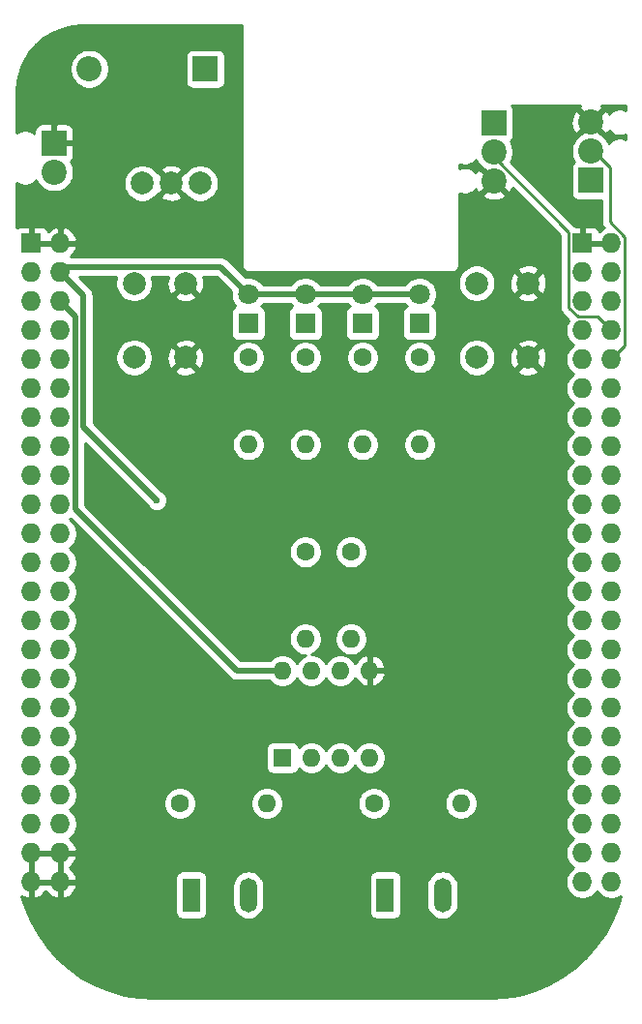
<source format=gbr>
G04 #@! TF.GenerationSoftware,KiCad,Pcbnew,5.1.9+dfsg1-1~bpo10+1*
G04 #@! TF.CreationDate,2021-07-04T13:04:25+00:00*
G04 #@! TF.ProjectId,bbbalarm,62626261-6c61-4726-9d2e-6b696361645f,rev?*
G04 #@! TF.SameCoordinates,Original*
G04 #@! TF.FileFunction,Copper,L2,Bot*
G04 #@! TF.FilePolarity,Positive*
%FSLAX46Y46*%
G04 Gerber Fmt 4.6, Leading zero omitted, Abs format (unit mm)*
G04 Created by KiCad (PCBNEW 5.1.9+dfsg1-1~bpo10+1) date 2021-07-04 13:04:25*
%MOMM*%
%LPD*%
G01*
G04 APERTURE LIST*
G04 #@! TA.AperFunction,ComponentPad*
%ADD10R,1.727200X1.727200*%
G04 #@! TD*
G04 #@! TA.AperFunction,ComponentPad*
%ADD11O,1.727200X1.727200*%
G04 #@! TD*
G04 #@! TA.AperFunction,ComponentPad*
%ADD12C,2.000000*%
G04 #@! TD*
G04 #@! TA.AperFunction,ComponentPad*
%ADD13R,2.200000X2.200000*%
G04 #@! TD*
G04 #@! TA.AperFunction,ComponentPad*
%ADD14O,2.200000X2.200000*%
G04 #@! TD*
G04 #@! TA.AperFunction,ComponentPad*
%ADD15C,2.200000*%
G04 #@! TD*
G04 #@! TA.AperFunction,ComponentPad*
%ADD16C,1.800000*%
G04 #@! TD*
G04 #@! TA.AperFunction,ComponentPad*
%ADD17R,1.800000X1.800000*%
G04 #@! TD*
G04 #@! TA.AperFunction,ComponentPad*
%ADD18R,1.500000X3.000000*%
G04 #@! TD*
G04 #@! TA.AperFunction,ComponentPad*
%ADD19O,1.500000X3.000000*%
G04 #@! TD*
G04 #@! TA.AperFunction,ComponentPad*
%ADD20C,1.600000*%
G04 #@! TD*
G04 #@! TA.AperFunction,ComponentPad*
%ADD21O,1.600000X1.600000*%
G04 #@! TD*
G04 #@! TA.AperFunction,ComponentPad*
%ADD22R,1.600000X1.600000*%
G04 #@! TD*
G04 #@! TA.AperFunction,ViaPad*
%ADD23C,0.600000*%
G04 #@! TD*
G04 #@! TA.AperFunction,Conductor*
%ADD24C,0.500000*%
G04 #@! TD*
G04 #@! TA.AperFunction,Conductor*
%ADD25C,0.250000*%
G04 #@! TD*
G04 #@! TA.AperFunction,Conductor*
%ADD26C,0.254000*%
G04 #@! TD*
G04 #@! TA.AperFunction,Conductor*
%ADD27C,0.100000*%
G04 #@! TD*
G04 APERTURE END LIST*
D10*
X116370100Y-62382400D03*
D11*
X118910100Y-62382400D03*
X116370100Y-64922400D03*
X118910100Y-64922400D03*
X116370100Y-67462400D03*
X118910100Y-67462400D03*
X116370100Y-70002400D03*
X118910100Y-70002400D03*
X116370100Y-72542400D03*
X118910100Y-72542400D03*
X116370100Y-75082400D03*
X118910100Y-75082400D03*
X116370100Y-77622400D03*
X118910100Y-77622400D03*
X116370100Y-80162400D03*
X118910100Y-80162400D03*
X116370100Y-82702400D03*
X118910100Y-82702400D03*
X116370100Y-85242400D03*
X118910100Y-85242400D03*
X116370100Y-87782400D03*
X118910100Y-87782400D03*
X116370100Y-90322400D03*
X118910100Y-90322400D03*
X116370100Y-92862400D03*
X118910100Y-92862400D03*
X116370100Y-95402400D03*
X118910100Y-95402400D03*
X116370100Y-97942400D03*
X118910100Y-97942400D03*
X116370100Y-100482400D03*
X118910100Y-100482400D03*
X116370100Y-103022400D03*
X118910100Y-103022400D03*
X116370100Y-105562400D03*
X118910100Y-105562400D03*
X116370100Y-108102400D03*
X118910100Y-108102400D03*
X116370100Y-110642400D03*
X118910100Y-110642400D03*
X116370100Y-113182400D03*
X118910100Y-113182400D03*
X116370100Y-115722400D03*
X118910100Y-115722400D03*
X116370100Y-118262400D03*
X118910100Y-118262400D03*
D10*
X164630100Y-62382400D03*
D11*
X167170100Y-62382400D03*
X164630100Y-64922400D03*
X167170100Y-64922400D03*
X164630100Y-67462400D03*
X167170100Y-67462400D03*
X164630100Y-70002400D03*
X167170100Y-70002400D03*
X164630100Y-72542400D03*
X167170100Y-72542400D03*
X164630100Y-75082400D03*
X167170100Y-75082400D03*
X164630100Y-77622400D03*
X167170100Y-77622400D03*
X164630100Y-80162400D03*
X167170100Y-80162400D03*
X164630100Y-82702400D03*
X167170100Y-82702400D03*
X164630100Y-85242400D03*
X167170100Y-85242400D03*
X164630100Y-87782400D03*
X167170100Y-87782400D03*
X164630100Y-90322400D03*
X167170100Y-90322400D03*
X164630100Y-92862400D03*
X167170100Y-92862400D03*
X164630100Y-95402400D03*
X167170100Y-95402400D03*
X164630100Y-97942400D03*
X167170100Y-97942400D03*
X164630100Y-100482400D03*
X167170100Y-100482400D03*
X164630100Y-103022400D03*
X167170100Y-103022400D03*
X164630100Y-105562400D03*
X167170100Y-105562400D03*
X164630100Y-108102400D03*
X167170100Y-108102400D03*
X164630100Y-110642400D03*
X167170100Y-110642400D03*
X164630100Y-113182400D03*
X167170100Y-113182400D03*
X164630100Y-115722400D03*
X167170100Y-115722400D03*
X164630100Y-118262400D03*
X167170100Y-118262400D03*
D12*
X159870100Y-72382400D03*
X155370100Y-72382400D03*
X159870100Y-65882400D03*
X155370100Y-65882400D03*
X125370100Y-65882400D03*
X129870100Y-65882400D03*
X125370100Y-72382400D03*
X129870100Y-72382400D03*
D13*
X131620100Y-47132400D03*
D14*
X121460100Y-47132400D03*
D13*
X118370100Y-53632400D03*
D15*
X118370100Y-56172400D03*
D12*
X126080100Y-57132400D03*
X128620100Y-57132400D03*
X131160100Y-57132400D03*
D16*
X135370100Y-66842400D03*
D17*
X135370100Y-69382400D03*
X140370100Y-69382400D03*
D16*
X140370100Y-66842400D03*
X145370100Y-66842400D03*
D17*
X145370100Y-69382400D03*
X150370100Y-69382400D03*
D16*
X150370100Y-66842400D03*
D18*
X130370100Y-119382400D03*
D19*
X135370100Y-119382400D03*
X152370100Y-119382400D03*
D18*
X147370100Y-119382400D03*
D20*
X135370100Y-72382400D03*
D21*
X135370100Y-80002400D03*
X140370100Y-80002400D03*
D20*
X140370100Y-72382400D03*
X145370100Y-72382400D03*
D21*
X145370100Y-80002400D03*
X150370100Y-80002400D03*
D20*
X150370100Y-72382400D03*
X140370100Y-89382400D03*
D21*
X140370100Y-97002400D03*
X144370100Y-97002400D03*
D20*
X144370100Y-89382400D03*
X129370100Y-111382400D03*
D21*
X136990100Y-111382400D03*
X153990100Y-111382400D03*
D20*
X146370100Y-111382400D03*
D13*
X156870100Y-51842400D03*
D15*
X156870100Y-54382400D03*
X156870100Y-56922400D03*
X165370100Y-51802400D03*
X165370100Y-54342400D03*
D13*
X165370100Y-56882400D03*
D22*
X138370100Y-107382400D03*
D21*
X145990100Y-99762400D03*
X140910100Y-107382400D03*
X143450100Y-99762400D03*
X143450100Y-107382400D03*
X140910100Y-99762400D03*
X145990100Y-107382400D03*
X138370100Y-99762400D03*
D23*
X123870100Y-86882400D03*
X128370100Y-85382400D03*
X128370100Y-86882400D03*
X127370100Y-84882400D03*
D24*
X150370100Y-66842400D02*
X135370100Y-66842400D01*
X119400101Y-64432399D02*
X118910100Y-64922400D01*
X132960099Y-64432399D02*
X119400101Y-64432399D01*
X135370100Y-66842400D02*
X132960099Y-64432399D01*
X120923711Y-78436011D02*
X127370100Y-84882400D01*
X118910100Y-64922400D02*
X120923711Y-66936011D01*
X120923711Y-66936011D02*
X120923711Y-78436011D01*
X120223701Y-68776001D02*
X118910100Y-67462400D01*
X120223701Y-85625999D02*
X120223701Y-68776001D01*
X134360102Y-99762400D02*
X120223701Y-85625999D01*
X138370100Y-99762400D02*
X134360102Y-99762400D01*
D25*
X165981499Y-68813799D02*
X167170100Y-70002400D01*
X164222369Y-68813799D02*
X165981499Y-68813799D01*
X163441499Y-68032929D02*
X164222369Y-68813799D01*
X163441499Y-61384797D02*
X163441499Y-68032929D01*
X156870100Y-54813398D02*
X163441499Y-61384797D01*
X156870100Y-54382400D02*
X156870100Y-54813398D01*
X167035099Y-60488269D02*
X168358701Y-61811871D01*
X167035099Y-55762397D02*
X167035099Y-60488269D01*
X168358701Y-71353799D02*
X167170100Y-72542400D01*
X165615102Y-54342400D02*
X167035099Y-55762397D01*
X168358701Y-61811871D02*
X168358701Y-71353799D01*
X165370100Y-54342400D02*
X165615102Y-54342400D01*
D26*
X134783830Y-64256149D02*
X134780752Y-64287400D01*
X134793037Y-64412131D01*
X134829419Y-64532068D01*
X134888502Y-64642603D01*
X134968013Y-64739487D01*
X135064897Y-64818998D01*
X135175432Y-64878081D01*
X135295369Y-64914463D01*
X135420100Y-64926748D01*
X135451351Y-64923670D01*
X153168849Y-64923670D01*
X153200100Y-64926748D01*
X153231351Y-64923670D01*
X153244246Y-64922400D01*
X153324831Y-64914463D01*
X153444768Y-64878081D01*
X153555303Y-64818998D01*
X153652187Y-64739487D01*
X153731698Y-64642603D01*
X153790781Y-64532068D01*
X153827163Y-64412131D01*
X153836370Y-64318651D01*
X153836370Y-64318650D01*
X153839448Y-64287400D01*
X153836370Y-64256149D01*
X153836370Y-58129112D01*
X155842993Y-58129112D01*
X155950826Y-58403738D01*
X156257484Y-58554616D01*
X156587685Y-58642769D01*
X156928739Y-58664809D01*
X157267539Y-58619889D01*
X157591066Y-58509736D01*
X157789374Y-58403738D01*
X157897207Y-58129112D01*
X156870100Y-57102005D01*
X155842993Y-58129112D01*
X153836370Y-58129112D01*
X153836370Y-58000526D01*
X153984448Y-58061861D01*
X154213388Y-58107400D01*
X154446812Y-58107400D01*
X154675752Y-58061861D01*
X154891408Y-57972534D01*
X155085494Y-57842850D01*
X155250550Y-57677794D01*
X155279655Y-57634235D01*
X155282764Y-57643366D01*
X155388762Y-57841674D01*
X155663388Y-57949507D01*
X156690495Y-56922400D01*
X155663388Y-55895293D01*
X155388762Y-56003126D01*
X155283713Y-56216638D01*
X155250550Y-56167006D01*
X155085494Y-56001950D01*
X154891408Y-55872266D01*
X154675752Y-55782939D01*
X154446812Y-55737400D01*
X154213388Y-55737400D01*
X153984448Y-55782939D01*
X153836370Y-55844274D01*
X153836370Y-55460526D01*
X153984448Y-55521861D01*
X154213388Y-55567400D01*
X154446812Y-55567400D01*
X154675752Y-55521861D01*
X154891408Y-55432534D01*
X155085494Y-55302850D01*
X155250550Y-55137794D01*
X155284190Y-55087448D01*
X155332563Y-55204231D01*
X155522437Y-55488398D01*
X155764102Y-55730063D01*
X156045174Y-55917869D01*
X156870100Y-56742795D01*
X156884243Y-56728653D01*
X157063848Y-56908258D01*
X157049705Y-56922400D01*
X158076812Y-57949507D01*
X158351438Y-57841674D01*
X158502316Y-57535016D01*
X158505393Y-57523492D01*
X162681499Y-61699599D01*
X162681500Y-67995597D01*
X162677823Y-68032929D01*
X162692497Y-68181914D01*
X162735953Y-68325175D01*
X162806525Y-68457205D01*
X162859334Y-68521552D01*
X162901499Y-68572930D01*
X162930497Y-68596728D01*
X163431937Y-69098169D01*
X163302058Y-69292547D01*
X163189090Y-69565275D01*
X163131500Y-69854801D01*
X163131500Y-70149999D01*
X163189090Y-70439525D01*
X163302058Y-70712253D01*
X163466061Y-70957702D01*
X163674798Y-71166439D01*
X163833381Y-71272400D01*
X163674798Y-71378361D01*
X163466061Y-71587098D01*
X163302058Y-71832547D01*
X163189090Y-72105275D01*
X163131500Y-72394801D01*
X163131500Y-72689999D01*
X163189090Y-72979525D01*
X163302058Y-73252253D01*
X163466061Y-73497702D01*
X163674798Y-73706439D01*
X163833381Y-73812400D01*
X163674798Y-73918361D01*
X163466061Y-74127098D01*
X163302058Y-74372547D01*
X163189090Y-74645275D01*
X163131500Y-74934801D01*
X163131500Y-75229999D01*
X163189090Y-75519525D01*
X163302058Y-75792253D01*
X163466061Y-76037702D01*
X163674798Y-76246439D01*
X163833381Y-76352400D01*
X163674798Y-76458361D01*
X163466061Y-76667098D01*
X163302058Y-76912547D01*
X163189090Y-77185275D01*
X163131500Y-77474801D01*
X163131500Y-77769999D01*
X163189090Y-78059525D01*
X163302058Y-78332253D01*
X163466061Y-78577702D01*
X163674798Y-78786439D01*
X163833381Y-78892400D01*
X163674798Y-78998361D01*
X163466061Y-79207098D01*
X163302058Y-79452547D01*
X163189090Y-79725275D01*
X163131500Y-80014801D01*
X163131500Y-80309999D01*
X163189090Y-80599525D01*
X163302058Y-80872253D01*
X163466061Y-81117702D01*
X163674798Y-81326439D01*
X163833381Y-81432400D01*
X163674798Y-81538361D01*
X163466061Y-81747098D01*
X163302058Y-81992547D01*
X163189090Y-82265275D01*
X163131500Y-82554801D01*
X163131500Y-82849999D01*
X163189090Y-83139525D01*
X163302058Y-83412253D01*
X163466061Y-83657702D01*
X163674798Y-83866439D01*
X163833381Y-83972400D01*
X163674798Y-84078361D01*
X163466061Y-84287098D01*
X163302058Y-84532547D01*
X163189090Y-84805275D01*
X163131500Y-85094801D01*
X163131500Y-85389999D01*
X163189090Y-85679525D01*
X163302058Y-85952253D01*
X163466061Y-86197702D01*
X163674798Y-86406439D01*
X163833381Y-86512400D01*
X163674798Y-86618361D01*
X163466061Y-86827098D01*
X163302058Y-87072547D01*
X163189090Y-87345275D01*
X163131500Y-87634801D01*
X163131500Y-87929999D01*
X163189090Y-88219525D01*
X163302058Y-88492253D01*
X163466061Y-88737702D01*
X163674798Y-88946439D01*
X163833381Y-89052400D01*
X163674798Y-89158361D01*
X163466061Y-89367098D01*
X163302058Y-89612547D01*
X163189090Y-89885275D01*
X163131500Y-90174801D01*
X163131500Y-90469999D01*
X163189090Y-90759525D01*
X163302058Y-91032253D01*
X163466061Y-91277702D01*
X163674798Y-91486439D01*
X163833381Y-91592400D01*
X163674798Y-91698361D01*
X163466061Y-91907098D01*
X163302058Y-92152547D01*
X163189090Y-92425275D01*
X163131500Y-92714801D01*
X163131500Y-93009999D01*
X163189090Y-93299525D01*
X163302058Y-93572253D01*
X163466061Y-93817702D01*
X163674798Y-94026439D01*
X163833381Y-94132400D01*
X163674798Y-94238361D01*
X163466061Y-94447098D01*
X163302058Y-94692547D01*
X163189090Y-94965275D01*
X163131500Y-95254801D01*
X163131500Y-95549999D01*
X163189090Y-95839525D01*
X163302058Y-96112253D01*
X163466061Y-96357702D01*
X163674798Y-96566439D01*
X163833381Y-96672400D01*
X163674798Y-96778361D01*
X163466061Y-96987098D01*
X163302058Y-97232547D01*
X163189090Y-97505275D01*
X163131500Y-97794801D01*
X163131500Y-98089999D01*
X163189090Y-98379525D01*
X163302058Y-98652253D01*
X163466061Y-98897702D01*
X163674798Y-99106439D01*
X163833381Y-99212400D01*
X163674798Y-99318361D01*
X163466061Y-99527098D01*
X163302058Y-99772547D01*
X163189090Y-100045275D01*
X163131500Y-100334801D01*
X163131500Y-100629999D01*
X163189090Y-100919525D01*
X163302058Y-101192253D01*
X163466061Y-101437702D01*
X163674798Y-101646439D01*
X163833381Y-101752400D01*
X163674798Y-101858361D01*
X163466061Y-102067098D01*
X163302058Y-102312547D01*
X163189090Y-102585275D01*
X163131500Y-102874801D01*
X163131500Y-103169999D01*
X163189090Y-103459525D01*
X163302058Y-103732253D01*
X163466061Y-103977702D01*
X163674798Y-104186439D01*
X163833381Y-104292400D01*
X163674798Y-104398361D01*
X163466061Y-104607098D01*
X163302058Y-104852547D01*
X163189090Y-105125275D01*
X163131500Y-105414801D01*
X163131500Y-105709999D01*
X163189090Y-105999525D01*
X163302058Y-106272253D01*
X163466061Y-106517702D01*
X163674798Y-106726439D01*
X163833381Y-106832400D01*
X163674798Y-106938361D01*
X163466061Y-107147098D01*
X163302058Y-107392547D01*
X163189090Y-107665275D01*
X163131500Y-107954801D01*
X163131500Y-108249999D01*
X163189090Y-108539525D01*
X163302058Y-108812253D01*
X163466061Y-109057702D01*
X163674798Y-109266439D01*
X163833381Y-109372400D01*
X163674798Y-109478361D01*
X163466061Y-109687098D01*
X163302058Y-109932547D01*
X163189090Y-110205275D01*
X163131500Y-110494801D01*
X163131500Y-110789999D01*
X163189090Y-111079525D01*
X163302058Y-111352253D01*
X163466061Y-111597702D01*
X163674798Y-111806439D01*
X163833381Y-111912400D01*
X163674798Y-112018361D01*
X163466061Y-112227098D01*
X163302058Y-112472547D01*
X163189090Y-112745275D01*
X163131500Y-113034801D01*
X163131500Y-113329999D01*
X163189090Y-113619525D01*
X163302058Y-113892253D01*
X163466061Y-114137702D01*
X163674798Y-114346439D01*
X163833381Y-114452400D01*
X163674798Y-114558361D01*
X163466061Y-114767098D01*
X163302058Y-115012547D01*
X163189090Y-115285275D01*
X163131500Y-115574801D01*
X163131500Y-115869999D01*
X163189090Y-116159525D01*
X163302058Y-116432253D01*
X163466061Y-116677702D01*
X163674798Y-116886439D01*
X163833381Y-116992400D01*
X163674798Y-117098361D01*
X163466061Y-117307098D01*
X163302058Y-117552547D01*
X163189090Y-117825275D01*
X163131500Y-118114801D01*
X163131500Y-118409999D01*
X163189090Y-118699525D01*
X163302058Y-118972253D01*
X163466061Y-119217702D01*
X163674798Y-119426439D01*
X163920247Y-119590442D01*
X164192975Y-119703410D01*
X164482501Y-119761000D01*
X164777699Y-119761000D01*
X165067225Y-119703410D01*
X165339953Y-119590442D01*
X165585402Y-119426439D01*
X165794139Y-119217702D01*
X165900100Y-119059119D01*
X166006061Y-119217702D01*
X166214798Y-119426439D01*
X166460247Y-119590442D01*
X166732975Y-119703410D01*
X167022501Y-119761000D01*
X167317699Y-119761000D01*
X167607225Y-119703410D01*
X167879953Y-119590442D01*
X168000411Y-119509955D01*
X167766864Y-120324430D01*
X167253667Y-121569537D01*
X166604882Y-122749674D01*
X165828586Y-123850144D01*
X164934462Y-124857219D01*
X163933653Y-125758351D01*
X162838639Y-126542304D01*
X161663061Y-127199313D01*
X160421563Y-127721191D01*
X159129638Y-128101425D01*
X157803368Y-128335282D01*
X156442664Y-128420891D01*
X156374031Y-128421130D01*
X127182875Y-128421130D01*
X125820482Y-128344961D01*
X124492617Y-128120369D01*
X123198070Y-127749164D01*
X121952963Y-127235967D01*
X120772826Y-126587182D01*
X119672356Y-125810886D01*
X118665281Y-124916762D01*
X117764149Y-123915953D01*
X116980196Y-122820939D01*
X116323187Y-121645361D01*
X115801309Y-120403863D01*
X115535692Y-119501374D01*
X115734122Y-119619364D01*
X116011073Y-119717363D01*
X116243100Y-119596864D01*
X116243100Y-118389400D01*
X116497100Y-118389400D01*
X116497100Y-119596864D01*
X116729127Y-119717363D01*
X117006078Y-119619364D01*
X117258588Y-119469217D01*
X117476954Y-119272693D01*
X117640100Y-119054322D01*
X117803246Y-119272693D01*
X118021612Y-119469217D01*
X118274122Y-119619364D01*
X118551073Y-119717363D01*
X118783100Y-119596864D01*
X118783100Y-118389400D01*
X119037100Y-118389400D01*
X119037100Y-119596864D01*
X119269127Y-119717363D01*
X119546078Y-119619364D01*
X119798588Y-119469217D01*
X120016954Y-119272693D01*
X120192784Y-119037344D01*
X120319322Y-118772214D01*
X120365058Y-118621426D01*
X120243917Y-118389400D01*
X119037100Y-118389400D01*
X118783100Y-118389400D01*
X116497100Y-118389400D01*
X116243100Y-118389400D01*
X116223100Y-118389400D01*
X116223100Y-118135400D01*
X116243100Y-118135400D01*
X116243100Y-115849400D01*
X116497100Y-115849400D01*
X116497100Y-118135400D01*
X118783100Y-118135400D01*
X118783100Y-115849400D01*
X119037100Y-115849400D01*
X119037100Y-118135400D01*
X120243917Y-118135400D01*
X120365058Y-117903374D01*
X120358697Y-117882400D01*
X128982028Y-117882400D01*
X128982028Y-120882400D01*
X128994288Y-121006882D01*
X129030598Y-121126580D01*
X129089563Y-121236894D01*
X129168915Y-121333585D01*
X129265606Y-121412937D01*
X129375920Y-121471902D01*
X129495618Y-121508212D01*
X129620100Y-121520472D01*
X131120100Y-121520472D01*
X131244582Y-121508212D01*
X131364280Y-121471902D01*
X131474594Y-121412937D01*
X131571285Y-121333585D01*
X131650637Y-121236894D01*
X131709602Y-121126580D01*
X131745912Y-121006882D01*
X131758172Y-120882400D01*
X131758172Y-118564364D01*
X133985100Y-118564364D01*
X133985100Y-120200437D01*
X134005140Y-120403907D01*
X134084337Y-120664981D01*
X134212944Y-120905588D01*
X134386020Y-121116481D01*
X134596913Y-121289557D01*
X134837520Y-121418164D01*
X135098594Y-121497360D01*
X135370100Y-121524101D01*
X135641607Y-121497360D01*
X135902681Y-121418164D01*
X136143288Y-121289557D01*
X136354181Y-121116481D01*
X136527257Y-120905588D01*
X136655864Y-120664981D01*
X136735060Y-120403907D01*
X136755100Y-120200437D01*
X136755100Y-118564363D01*
X136735060Y-118360893D01*
X136655864Y-118099819D01*
X136539652Y-117882400D01*
X145982028Y-117882400D01*
X145982028Y-120882400D01*
X145994288Y-121006882D01*
X146030598Y-121126580D01*
X146089563Y-121236894D01*
X146168915Y-121333585D01*
X146265606Y-121412937D01*
X146375920Y-121471902D01*
X146495618Y-121508212D01*
X146620100Y-121520472D01*
X148120100Y-121520472D01*
X148244582Y-121508212D01*
X148364280Y-121471902D01*
X148474594Y-121412937D01*
X148571285Y-121333585D01*
X148650637Y-121236894D01*
X148709602Y-121126580D01*
X148745912Y-121006882D01*
X148758172Y-120882400D01*
X148758172Y-118564364D01*
X150985100Y-118564364D01*
X150985100Y-120200437D01*
X151005140Y-120403907D01*
X151084337Y-120664981D01*
X151212944Y-120905588D01*
X151386020Y-121116481D01*
X151596913Y-121289557D01*
X151837520Y-121418164D01*
X152098594Y-121497360D01*
X152370100Y-121524101D01*
X152641607Y-121497360D01*
X152902681Y-121418164D01*
X153143288Y-121289557D01*
X153354181Y-121116481D01*
X153527257Y-120905588D01*
X153655864Y-120664981D01*
X153735060Y-120403907D01*
X153755100Y-120200437D01*
X153755100Y-118564363D01*
X153735060Y-118360893D01*
X153655864Y-118099819D01*
X153527257Y-117859212D01*
X153354180Y-117648319D01*
X153143287Y-117475243D01*
X152902680Y-117346636D01*
X152641606Y-117267440D01*
X152370100Y-117240699D01*
X152098593Y-117267440D01*
X151837519Y-117346636D01*
X151596912Y-117475243D01*
X151386019Y-117648320D01*
X151212943Y-117859213D01*
X151084336Y-118099820D01*
X151005140Y-118360894D01*
X150985100Y-118564364D01*
X148758172Y-118564364D01*
X148758172Y-117882400D01*
X148745912Y-117757918D01*
X148709602Y-117638220D01*
X148650637Y-117527906D01*
X148571285Y-117431215D01*
X148474594Y-117351863D01*
X148364280Y-117292898D01*
X148244582Y-117256588D01*
X148120100Y-117244328D01*
X146620100Y-117244328D01*
X146495618Y-117256588D01*
X146375920Y-117292898D01*
X146265606Y-117351863D01*
X146168915Y-117431215D01*
X146089563Y-117527906D01*
X146030598Y-117638220D01*
X145994288Y-117757918D01*
X145982028Y-117882400D01*
X136539652Y-117882400D01*
X136527257Y-117859212D01*
X136354180Y-117648319D01*
X136143287Y-117475243D01*
X135902680Y-117346636D01*
X135641606Y-117267440D01*
X135370100Y-117240699D01*
X135098593Y-117267440D01*
X134837519Y-117346636D01*
X134596912Y-117475243D01*
X134386019Y-117648320D01*
X134212943Y-117859213D01*
X134084336Y-118099820D01*
X134005140Y-118360894D01*
X133985100Y-118564364D01*
X131758172Y-118564364D01*
X131758172Y-117882400D01*
X131745912Y-117757918D01*
X131709602Y-117638220D01*
X131650637Y-117527906D01*
X131571285Y-117431215D01*
X131474594Y-117351863D01*
X131364280Y-117292898D01*
X131244582Y-117256588D01*
X131120100Y-117244328D01*
X129620100Y-117244328D01*
X129495618Y-117256588D01*
X129375920Y-117292898D01*
X129265606Y-117351863D01*
X129168915Y-117431215D01*
X129089563Y-117527906D01*
X129030598Y-117638220D01*
X128994288Y-117757918D01*
X128982028Y-117882400D01*
X120358697Y-117882400D01*
X120319322Y-117752586D01*
X120192784Y-117487456D01*
X120016954Y-117252107D01*
X119798588Y-117055583D01*
X119692330Y-116992400D01*
X119798588Y-116929217D01*
X120016954Y-116732693D01*
X120192784Y-116497344D01*
X120319322Y-116232214D01*
X120365058Y-116081426D01*
X120243917Y-115849400D01*
X119037100Y-115849400D01*
X118783100Y-115849400D01*
X116497100Y-115849400D01*
X116243100Y-115849400D01*
X116223100Y-115849400D01*
X116223100Y-115595400D01*
X116243100Y-115595400D01*
X116243100Y-115575400D01*
X116497100Y-115575400D01*
X116497100Y-115595400D01*
X118783100Y-115595400D01*
X118783100Y-115575400D01*
X119037100Y-115575400D01*
X119037100Y-115595400D01*
X120243917Y-115595400D01*
X120365058Y-115363374D01*
X120319322Y-115212586D01*
X120192784Y-114947456D01*
X120016954Y-114712107D01*
X119798588Y-114515583D01*
X119699997Y-114456959D01*
X119865402Y-114346439D01*
X120074139Y-114137702D01*
X120238142Y-113892253D01*
X120351110Y-113619525D01*
X120408700Y-113329999D01*
X120408700Y-113034801D01*
X120351110Y-112745275D01*
X120238142Y-112472547D01*
X120074139Y-112227098D01*
X119865402Y-112018361D01*
X119706819Y-111912400D01*
X119865402Y-111806439D01*
X120074139Y-111597702D01*
X120238142Y-111352253D01*
X120284197Y-111241065D01*
X127935100Y-111241065D01*
X127935100Y-111523735D01*
X127990247Y-111800974D01*
X128098420Y-112062127D01*
X128255463Y-112297159D01*
X128455341Y-112497037D01*
X128690373Y-112654080D01*
X128951526Y-112762253D01*
X129228765Y-112817400D01*
X129511435Y-112817400D01*
X129788674Y-112762253D01*
X130049827Y-112654080D01*
X130284859Y-112497037D01*
X130484737Y-112297159D01*
X130641780Y-112062127D01*
X130749953Y-111800974D01*
X130805100Y-111523735D01*
X130805100Y-111241065D01*
X135555100Y-111241065D01*
X135555100Y-111523735D01*
X135610247Y-111800974D01*
X135718420Y-112062127D01*
X135875463Y-112297159D01*
X136075341Y-112497037D01*
X136310373Y-112654080D01*
X136571526Y-112762253D01*
X136848765Y-112817400D01*
X137131435Y-112817400D01*
X137408674Y-112762253D01*
X137669827Y-112654080D01*
X137904859Y-112497037D01*
X138104737Y-112297159D01*
X138261780Y-112062127D01*
X138369953Y-111800974D01*
X138425100Y-111523735D01*
X138425100Y-111241065D01*
X144935100Y-111241065D01*
X144935100Y-111523735D01*
X144990247Y-111800974D01*
X145098420Y-112062127D01*
X145255463Y-112297159D01*
X145455341Y-112497037D01*
X145690373Y-112654080D01*
X145951526Y-112762253D01*
X146228765Y-112817400D01*
X146511435Y-112817400D01*
X146788674Y-112762253D01*
X147049827Y-112654080D01*
X147284859Y-112497037D01*
X147484737Y-112297159D01*
X147641780Y-112062127D01*
X147749953Y-111800974D01*
X147805100Y-111523735D01*
X147805100Y-111241065D01*
X152555100Y-111241065D01*
X152555100Y-111523735D01*
X152610247Y-111800974D01*
X152718420Y-112062127D01*
X152875463Y-112297159D01*
X153075341Y-112497037D01*
X153310373Y-112654080D01*
X153571526Y-112762253D01*
X153848765Y-112817400D01*
X154131435Y-112817400D01*
X154408674Y-112762253D01*
X154669827Y-112654080D01*
X154904859Y-112497037D01*
X155104737Y-112297159D01*
X155261780Y-112062127D01*
X155369953Y-111800974D01*
X155425100Y-111523735D01*
X155425100Y-111241065D01*
X155369953Y-110963826D01*
X155261780Y-110702673D01*
X155104737Y-110467641D01*
X154904859Y-110267763D01*
X154669827Y-110110720D01*
X154408674Y-110002547D01*
X154131435Y-109947400D01*
X153848765Y-109947400D01*
X153571526Y-110002547D01*
X153310373Y-110110720D01*
X153075341Y-110267763D01*
X152875463Y-110467641D01*
X152718420Y-110702673D01*
X152610247Y-110963826D01*
X152555100Y-111241065D01*
X147805100Y-111241065D01*
X147749953Y-110963826D01*
X147641780Y-110702673D01*
X147484737Y-110467641D01*
X147284859Y-110267763D01*
X147049827Y-110110720D01*
X146788674Y-110002547D01*
X146511435Y-109947400D01*
X146228765Y-109947400D01*
X145951526Y-110002547D01*
X145690373Y-110110720D01*
X145455341Y-110267763D01*
X145255463Y-110467641D01*
X145098420Y-110702673D01*
X144990247Y-110963826D01*
X144935100Y-111241065D01*
X138425100Y-111241065D01*
X138369953Y-110963826D01*
X138261780Y-110702673D01*
X138104737Y-110467641D01*
X137904859Y-110267763D01*
X137669827Y-110110720D01*
X137408674Y-110002547D01*
X137131435Y-109947400D01*
X136848765Y-109947400D01*
X136571526Y-110002547D01*
X136310373Y-110110720D01*
X136075341Y-110267763D01*
X135875463Y-110467641D01*
X135718420Y-110702673D01*
X135610247Y-110963826D01*
X135555100Y-111241065D01*
X130805100Y-111241065D01*
X130749953Y-110963826D01*
X130641780Y-110702673D01*
X130484737Y-110467641D01*
X130284859Y-110267763D01*
X130049827Y-110110720D01*
X129788674Y-110002547D01*
X129511435Y-109947400D01*
X129228765Y-109947400D01*
X128951526Y-110002547D01*
X128690373Y-110110720D01*
X128455341Y-110267763D01*
X128255463Y-110467641D01*
X128098420Y-110702673D01*
X127990247Y-110963826D01*
X127935100Y-111241065D01*
X120284197Y-111241065D01*
X120351110Y-111079525D01*
X120408700Y-110789999D01*
X120408700Y-110494801D01*
X120351110Y-110205275D01*
X120238142Y-109932547D01*
X120074139Y-109687098D01*
X119865402Y-109478361D01*
X119706819Y-109372400D01*
X119865402Y-109266439D01*
X120074139Y-109057702D01*
X120238142Y-108812253D01*
X120351110Y-108539525D01*
X120408700Y-108249999D01*
X120408700Y-107954801D01*
X120351110Y-107665275D01*
X120238142Y-107392547D01*
X120074139Y-107147098D01*
X119865402Y-106938361D01*
X119706819Y-106832400D01*
X119865402Y-106726439D01*
X120009441Y-106582400D01*
X136932028Y-106582400D01*
X136932028Y-108182400D01*
X136944288Y-108306882D01*
X136980598Y-108426580D01*
X137039563Y-108536894D01*
X137118915Y-108633585D01*
X137215606Y-108712937D01*
X137325920Y-108771902D01*
X137445618Y-108808212D01*
X137570100Y-108820472D01*
X139170100Y-108820472D01*
X139294582Y-108808212D01*
X139414280Y-108771902D01*
X139524594Y-108712937D01*
X139621285Y-108633585D01*
X139700637Y-108536894D01*
X139759602Y-108426580D01*
X139795912Y-108306882D01*
X139796743Y-108298439D01*
X139995341Y-108497037D01*
X140230373Y-108654080D01*
X140491526Y-108762253D01*
X140768765Y-108817400D01*
X141051435Y-108817400D01*
X141328674Y-108762253D01*
X141589827Y-108654080D01*
X141824859Y-108497037D01*
X142024737Y-108297159D01*
X142180100Y-108064641D01*
X142335463Y-108297159D01*
X142535341Y-108497037D01*
X142770373Y-108654080D01*
X143031526Y-108762253D01*
X143308765Y-108817400D01*
X143591435Y-108817400D01*
X143868674Y-108762253D01*
X144129827Y-108654080D01*
X144364859Y-108497037D01*
X144564737Y-108297159D01*
X144720100Y-108064641D01*
X144875463Y-108297159D01*
X145075341Y-108497037D01*
X145310373Y-108654080D01*
X145571526Y-108762253D01*
X145848765Y-108817400D01*
X146131435Y-108817400D01*
X146408674Y-108762253D01*
X146669827Y-108654080D01*
X146904859Y-108497037D01*
X147104737Y-108297159D01*
X147261780Y-108062127D01*
X147369953Y-107800974D01*
X147425100Y-107523735D01*
X147425100Y-107241065D01*
X147369953Y-106963826D01*
X147261780Y-106702673D01*
X147104737Y-106467641D01*
X146904859Y-106267763D01*
X146669827Y-106110720D01*
X146408674Y-106002547D01*
X146131435Y-105947400D01*
X145848765Y-105947400D01*
X145571526Y-106002547D01*
X145310373Y-106110720D01*
X145075341Y-106267763D01*
X144875463Y-106467641D01*
X144720100Y-106700159D01*
X144564737Y-106467641D01*
X144364859Y-106267763D01*
X144129827Y-106110720D01*
X143868674Y-106002547D01*
X143591435Y-105947400D01*
X143308765Y-105947400D01*
X143031526Y-106002547D01*
X142770373Y-106110720D01*
X142535341Y-106267763D01*
X142335463Y-106467641D01*
X142180100Y-106700159D01*
X142024737Y-106467641D01*
X141824859Y-106267763D01*
X141589827Y-106110720D01*
X141328674Y-106002547D01*
X141051435Y-105947400D01*
X140768765Y-105947400D01*
X140491526Y-106002547D01*
X140230373Y-106110720D01*
X139995341Y-106267763D01*
X139796743Y-106466361D01*
X139795912Y-106457918D01*
X139759602Y-106338220D01*
X139700637Y-106227906D01*
X139621285Y-106131215D01*
X139524594Y-106051863D01*
X139414280Y-105992898D01*
X139294582Y-105956588D01*
X139170100Y-105944328D01*
X137570100Y-105944328D01*
X137445618Y-105956588D01*
X137325920Y-105992898D01*
X137215606Y-106051863D01*
X137118915Y-106131215D01*
X137039563Y-106227906D01*
X136980598Y-106338220D01*
X136944288Y-106457918D01*
X136932028Y-106582400D01*
X120009441Y-106582400D01*
X120074139Y-106517702D01*
X120238142Y-106272253D01*
X120351110Y-105999525D01*
X120408700Y-105709999D01*
X120408700Y-105414801D01*
X120351110Y-105125275D01*
X120238142Y-104852547D01*
X120074139Y-104607098D01*
X119865402Y-104398361D01*
X119706819Y-104292400D01*
X119865402Y-104186439D01*
X120074139Y-103977702D01*
X120238142Y-103732253D01*
X120351110Y-103459525D01*
X120408700Y-103169999D01*
X120408700Y-102874801D01*
X120351110Y-102585275D01*
X120238142Y-102312547D01*
X120074139Y-102067098D01*
X119865402Y-101858361D01*
X119706819Y-101752400D01*
X119865402Y-101646439D01*
X120074139Y-101437702D01*
X120238142Y-101192253D01*
X120351110Y-100919525D01*
X120408700Y-100629999D01*
X120408700Y-100334801D01*
X120351110Y-100045275D01*
X120238142Y-99772547D01*
X120074139Y-99527098D01*
X119865402Y-99318361D01*
X119706819Y-99212400D01*
X119865402Y-99106439D01*
X120074139Y-98897702D01*
X120238142Y-98652253D01*
X120351110Y-98379525D01*
X120408700Y-98089999D01*
X120408700Y-97794801D01*
X120351110Y-97505275D01*
X120238142Y-97232547D01*
X120074139Y-96987098D01*
X119865402Y-96778361D01*
X119706819Y-96672400D01*
X119865402Y-96566439D01*
X120074139Y-96357702D01*
X120238142Y-96112253D01*
X120351110Y-95839525D01*
X120408700Y-95549999D01*
X120408700Y-95254801D01*
X120351110Y-94965275D01*
X120238142Y-94692547D01*
X120074139Y-94447098D01*
X119865402Y-94238361D01*
X119706819Y-94132400D01*
X119865402Y-94026439D01*
X120074139Y-93817702D01*
X120238142Y-93572253D01*
X120351110Y-93299525D01*
X120408700Y-93009999D01*
X120408700Y-92714801D01*
X120351110Y-92425275D01*
X120238142Y-92152547D01*
X120074139Y-91907098D01*
X119865402Y-91698361D01*
X119706819Y-91592400D01*
X119865402Y-91486439D01*
X120074139Y-91277702D01*
X120238142Y-91032253D01*
X120351110Y-90759525D01*
X120408700Y-90469999D01*
X120408700Y-90174801D01*
X120351110Y-89885275D01*
X120238142Y-89612547D01*
X120074139Y-89367098D01*
X119865402Y-89158361D01*
X119706819Y-89052400D01*
X119865402Y-88946439D01*
X120074139Y-88737702D01*
X120238142Y-88492253D01*
X120351110Y-88219525D01*
X120408700Y-87929999D01*
X120408700Y-87634801D01*
X120351110Y-87345275D01*
X120238142Y-87072547D01*
X120074139Y-86827098D01*
X119865402Y-86618361D01*
X119706819Y-86512400D01*
X119797760Y-86451636D01*
X133703572Y-100357449D01*
X133731285Y-100391217D01*
X133765053Y-100418930D01*
X133765055Y-100418932D01*
X133793318Y-100442127D01*
X133866043Y-100501811D01*
X134019789Y-100583989D01*
X134186612Y-100634595D01*
X134316625Y-100647400D01*
X134316635Y-100647400D01*
X134360101Y-100651681D01*
X134403568Y-100647400D01*
X137235579Y-100647400D01*
X137255463Y-100677159D01*
X137455341Y-100877037D01*
X137690373Y-101034080D01*
X137951526Y-101142253D01*
X138228765Y-101197400D01*
X138511435Y-101197400D01*
X138788674Y-101142253D01*
X139049827Y-101034080D01*
X139284859Y-100877037D01*
X139484737Y-100677159D01*
X139640100Y-100444641D01*
X139795463Y-100677159D01*
X139995341Y-100877037D01*
X140230373Y-101034080D01*
X140491526Y-101142253D01*
X140768765Y-101197400D01*
X141051435Y-101197400D01*
X141328674Y-101142253D01*
X141589827Y-101034080D01*
X141824859Y-100877037D01*
X142024737Y-100677159D01*
X142180100Y-100444641D01*
X142335463Y-100677159D01*
X142535341Y-100877037D01*
X142770373Y-101034080D01*
X143031526Y-101142253D01*
X143308765Y-101197400D01*
X143591435Y-101197400D01*
X143868674Y-101142253D01*
X144129827Y-101034080D01*
X144364859Y-100877037D01*
X144564737Y-100677159D01*
X144721780Y-100442127D01*
X144726167Y-100431535D01*
X144837715Y-100617531D01*
X145026686Y-100825919D01*
X145252680Y-100993437D01*
X145507013Y-101113646D01*
X145641061Y-101154304D01*
X145863100Y-101032315D01*
X145863100Y-99889400D01*
X146117100Y-99889400D01*
X146117100Y-101032315D01*
X146339139Y-101154304D01*
X146473187Y-101113646D01*
X146727520Y-100993437D01*
X146953514Y-100825919D01*
X147142485Y-100617531D01*
X147287170Y-100376281D01*
X147382009Y-100111440D01*
X147260724Y-99889400D01*
X146117100Y-99889400D01*
X145863100Y-99889400D01*
X145843100Y-99889400D01*
X145843100Y-99635400D01*
X145863100Y-99635400D01*
X145863100Y-98492485D01*
X146117100Y-98492485D01*
X146117100Y-99635400D01*
X147260724Y-99635400D01*
X147382009Y-99413360D01*
X147287170Y-99148519D01*
X147142485Y-98907269D01*
X146953514Y-98698881D01*
X146727520Y-98531363D01*
X146473187Y-98411154D01*
X146339139Y-98370496D01*
X146117100Y-98492485D01*
X145863100Y-98492485D01*
X145641061Y-98370496D01*
X145507013Y-98411154D01*
X145252680Y-98531363D01*
X145026686Y-98698881D01*
X144837715Y-98907269D01*
X144726167Y-99093265D01*
X144721780Y-99082673D01*
X144564737Y-98847641D01*
X144364859Y-98647763D01*
X144129827Y-98490720D01*
X143868674Y-98382547D01*
X143591435Y-98327400D01*
X143308765Y-98327400D01*
X143031526Y-98382547D01*
X142770373Y-98490720D01*
X142535341Y-98647763D01*
X142335463Y-98847641D01*
X142180100Y-99080159D01*
X142024737Y-98847641D01*
X141824859Y-98647763D01*
X141589827Y-98490720D01*
X141328674Y-98382547D01*
X141051435Y-98327400D01*
X140921101Y-98327400D01*
X141049827Y-98274080D01*
X141284859Y-98117037D01*
X141484737Y-97917159D01*
X141641780Y-97682127D01*
X141749953Y-97420974D01*
X141805100Y-97143735D01*
X141805100Y-96861065D01*
X142935100Y-96861065D01*
X142935100Y-97143735D01*
X142990247Y-97420974D01*
X143098420Y-97682127D01*
X143255463Y-97917159D01*
X143455341Y-98117037D01*
X143690373Y-98274080D01*
X143951526Y-98382253D01*
X144228765Y-98437400D01*
X144511435Y-98437400D01*
X144788674Y-98382253D01*
X145049827Y-98274080D01*
X145284859Y-98117037D01*
X145484737Y-97917159D01*
X145641780Y-97682127D01*
X145749953Y-97420974D01*
X145805100Y-97143735D01*
X145805100Y-96861065D01*
X145749953Y-96583826D01*
X145641780Y-96322673D01*
X145484737Y-96087641D01*
X145284859Y-95887763D01*
X145049827Y-95730720D01*
X144788674Y-95622547D01*
X144511435Y-95567400D01*
X144228765Y-95567400D01*
X143951526Y-95622547D01*
X143690373Y-95730720D01*
X143455341Y-95887763D01*
X143255463Y-96087641D01*
X143098420Y-96322673D01*
X142990247Y-96583826D01*
X142935100Y-96861065D01*
X141805100Y-96861065D01*
X141749953Y-96583826D01*
X141641780Y-96322673D01*
X141484737Y-96087641D01*
X141284859Y-95887763D01*
X141049827Y-95730720D01*
X140788674Y-95622547D01*
X140511435Y-95567400D01*
X140228765Y-95567400D01*
X139951526Y-95622547D01*
X139690373Y-95730720D01*
X139455341Y-95887763D01*
X139255463Y-96087641D01*
X139098420Y-96322673D01*
X138990247Y-96583826D01*
X138935100Y-96861065D01*
X138935100Y-97143735D01*
X138990247Y-97420974D01*
X139098420Y-97682127D01*
X139255463Y-97917159D01*
X139455341Y-98117037D01*
X139690373Y-98274080D01*
X139951526Y-98382253D01*
X140228765Y-98437400D01*
X140359099Y-98437400D01*
X140230373Y-98490720D01*
X139995341Y-98647763D01*
X139795463Y-98847641D01*
X139640100Y-99080159D01*
X139484737Y-98847641D01*
X139284859Y-98647763D01*
X139049827Y-98490720D01*
X138788674Y-98382547D01*
X138511435Y-98327400D01*
X138228765Y-98327400D01*
X137951526Y-98382547D01*
X137690373Y-98490720D01*
X137455341Y-98647763D01*
X137255463Y-98847641D01*
X137235579Y-98877400D01*
X134726681Y-98877400D01*
X125090346Y-89241065D01*
X138935100Y-89241065D01*
X138935100Y-89523735D01*
X138990247Y-89800974D01*
X139098420Y-90062127D01*
X139255463Y-90297159D01*
X139455341Y-90497037D01*
X139690373Y-90654080D01*
X139951526Y-90762253D01*
X140228765Y-90817400D01*
X140511435Y-90817400D01*
X140788674Y-90762253D01*
X141049827Y-90654080D01*
X141284859Y-90497037D01*
X141484737Y-90297159D01*
X141641780Y-90062127D01*
X141749953Y-89800974D01*
X141805100Y-89523735D01*
X141805100Y-89241065D01*
X142935100Y-89241065D01*
X142935100Y-89523735D01*
X142990247Y-89800974D01*
X143098420Y-90062127D01*
X143255463Y-90297159D01*
X143455341Y-90497037D01*
X143690373Y-90654080D01*
X143951526Y-90762253D01*
X144228765Y-90817400D01*
X144511435Y-90817400D01*
X144788674Y-90762253D01*
X145049827Y-90654080D01*
X145284859Y-90497037D01*
X145484737Y-90297159D01*
X145641780Y-90062127D01*
X145749953Y-89800974D01*
X145805100Y-89523735D01*
X145805100Y-89241065D01*
X145749953Y-88963826D01*
X145641780Y-88702673D01*
X145484737Y-88467641D01*
X145284859Y-88267763D01*
X145049827Y-88110720D01*
X144788674Y-88002547D01*
X144511435Y-87947400D01*
X144228765Y-87947400D01*
X143951526Y-88002547D01*
X143690373Y-88110720D01*
X143455341Y-88267763D01*
X143255463Y-88467641D01*
X143098420Y-88702673D01*
X142990247Y-88963826D01*
X142935100Y-89241065D01*
X141805100Y-89241065D01*
X141749953Y-88963826D01*
X141641780Y-88702673D01*
X141484737Y-88467641D01*
X141284859Y-88267763D01*
X141049827Y-88110720D01*
X140788674Y-88002547D01*
X140511435Y-87947400D01*
X140228765Y-87947400D01*
X139951526Y-88002547D01*
X139690373Y-88110720D01*
X139455341Y-88267763D01*
X139255463Y-88467641D01*
X139098420Y-88702673D01*
X138990247Y-88963826D01*
X138935100Y-89241065D01*
X125090346Y-89241065D01*
X121108701Y-85259421D01*
X121108701Y-79872579D01*
X126527446Y-85291325D01*
X126541514Y-85325289D01*
X126643838Y-85478428D01*
X126774072Y-85608662D01*
X126927211Y-85710986D01*
X127097371Y-85781468D01*
X127278011Y-85817400D01*
X127462189Y-85817400D01*
X127642829Y-85781468D01*
X127812989Y-85710986D01*
X127966128Y-85608662D01*
X128096362Y-85478428D01*
X128198686Y-85325289D01*
X128269168Y-85155129D01*
X128305100Y-84974489D01*
X128305100Y-84790311D01*
X128269168Y-84609671D01*
X128198686Y-84439511D01*
X128096362Y-84286372D01*
X127966128Y-84156138D01*
X127812989Y-84053814D01*
X127779025Y-84039746D01*
X123600344Y-79861065D01*
X133935100Y-79861065D01*
X133935100Y-80143735D01*
X133990247Y-80420974D01*
X134098420Y-80682127D01*
X134255463Y-80917159D01*
X134455341Y-81117037D01*
X134690373Y-81274080D01*
X134951526Y-81382253D01*
X135228765Y-81437400D01*
X135511435Y-81437400D01*
X135788674Y-81382253D01*
X136049827Y-81274080D01*
X136284859Y-81117037D01*
X136484737Y-80917159D01*
X136641780Y-80682127D01*
X136749953Y-80420974D01*
X136805100Y-80143735D01*
X136805100Y-79861065D01*
X138935100Y-79861065D01*
X138935100Y-80143735D01*
X138990247Y-80420974D01*
X139098420Y-80682127D01*
X139255463Y-80917159D01*
X139455341Y-81117037D01*
X139690373Y-81274080D01*
X139951526Y-81382253D01*
X140228765Y-81437400D01*
X140511435Y-81437400D01*
X140788674Y-81382253D01*
X141049827Y-81274080D01*
X141284859Y-81117037D01*
X141484737Y-80917159D01*
X141641780Y-80682127D01*
X141749953Y-80420974D01*
X141805100Y-80143735D01*
X141805100Y-79861065D01*
X143935100Y-79861065D01*
X143935100Y-80143735D01*
X143990247Y-80420974D01*
X144098420Y-80682127D01*
X144255463Y-80917159D01*
X144455341Y-81117037D01*
X144690373Y-81274080D01*
X144951526Y-81382253D01*
X145228765Y-81437400D01*
X145511435Y-81437400D01*
X145788674Y-81382253D01*
X146049827Y-81274080D01*
X146284859Y-81117037D01*
X146484737Y-80917159D01*
X146641780Y-80682127D01*
X146749953Y-80420974D01*
X146805100Y-80143735D01*
X146805100Y-79861065D01*
X148935100Y-79861065D01*
X148935100Y-80143735D01*
X148990247Y-80420974D01*
X149098420Y-80682127D01*
X149255463Y-80917159D01*
X149455341Y-81117037D01*
X149690373Y-81274080D01*
X149951526Y-81382253D01*
X150228765Y-81437400D01*
X150511435Y-81437400D01*
X150788674Y-81382253D01*
X151049827Y-81274080D01*
X151284859Y-81117037D01*
X151484737Y-80917159D01*
X151641780Y-80682127D01*
X151749953Y-80420974D01*
X151805100Y-80143735D01*
X151805100Y-79861065D01*
X151749953Y-79583826D01*
X151641780Y-79322673D01*
X151484737Y-79087641D01*
X151284859Y-78887763D01*
X151049827Y-78730720D01*
X150788674Y-78622547D01*
X150511435Y-78567400D01*
X150228765Y-78567400D01*
X149951526Y-78622547D01*
X149690373Y-78730720D01*
X149455341Y-78887763D01*
X149255463Y-79087641D01*
X149098420Y-79322673D01*
X148990247Y-79583826D01*
X148935100Y-79861065D01*
X146805100Y-79861065D01*
X146749953Y-79583826D01*
X146641780Y-79322673D01*
X146484737Y-79087641D01*
X146284859Y-78887763D01*
X146049827Y-78730720D01*
X145788674Y-78622547D01*
X145511435Y-78567400D01*
X145228765Y-78567400D01*
X144951526Y-78622547D01*
X144690373Y-78730720D01*
X144455341Y-78887763D01*
X144255463Y-79087641D01*
X144098420Y-79322673D01*
X143990247Y-79583826D01*
X143935100Y-79861065D01*
X141805100Y-79861065D01*
X141749953Y-79583826D01*
X141641780Y-79322673D01*
X141484737Y-79087641D01*
X141284859Y-78887763D01*
X141049827Y-78730720D01*
X140788674Y-78622547D01*
X140511435Y-78567400D01*
X140228765Y-78567400D01*
X139951526Y-78622547D01*
X139690373Y-78730720D01*
X139455341Y-78887763D01*
X139255463Y-79087641D01*
X139098420Y-79322673D01*
X138990247Y-79583826D01*
X138935100Y-79861065D01*
X136805100Y-79861065D01*
X136749953Y-79583826D01*
X136641780Y-79322673D01*
X136484737Y-79087641D01*
X136284859Y-78887763D01*
X136049827Y-78730720D01*
X135788674Y-78622547D01*
X135511435Y-78567400D01*
X135228765Y-78567400D01*
X134951526Y-78622547D01*
X134690373Y-78730720D01*
X134455341Y-78887763D01*
X134255463Y-79087641D01*
X134098420Y-79322673D01*
X133990247Y-79583826D01*
X133935100Y-79861065D01*
X123600344Y-79861065D01*
X121808711Y-78069433D01*
X121808711Y-72221367D01*
X123735100Y-72221367D01*
X123735100Y-72543433D01*
X123797932Y-72859312D01*
X123921182Y-73156863D01*
X124100113Y-73424652D01*
X124327848Y-73652387D01*
X124595637Y-73831318D01*
X124893188Y-73954568D01*
X125209067Y-74017400D01*
X125531133Y-74017400D01*
X125847012Y-73954568D01*
X126144563Y-73831318D01*
X126412352Y-73652387D01*
X126546926Y-73517813D01*
X128914292Y-73517813D01*
X129010056Y-73782214D01*
X129299671Y-73923104D01*
X129611208Y-74004784D01*
X129932695Y-74024118D01*
X130251775Y-73980361D01*
X130556188Y-73875195D01*
X130730144Y-73782214D01*
X130825908Y-73517813D01*
X129870100Y-72562005D01*
X128914292Y-73517813D01*
X126546926Y-73517813D01*
X126640087Y-73424652D01*
X126819018Y-73156863D01*
X126942268Y-72859312D01*
X127005100Y-72543433D01*
X127005100Y-72444995D01*
X128228382Y-72444995D01*
X128272139Y-72764075D01*
X128377305Y-73068488D01*
X128470286Y-73242444D01*
X128734687Y-73338208D01*
X129690495Y-72382400D01*
X130049705Y-72382400D01*
X131005513Y-73338208D01*
X131269914Y-73242444D01*
X131410804Y-72952829D01*
X131492484Y-72641292D01*
X131511818Y-72319805D01*
X131501020Y-72241065D01*
X133935100Y-72241065D01*
X133935100Y-72523735D01*
X133990247Y-72800974D01*
X134098420Y-73062127D01*
X134255463Y-73297159D01*
X134455341Y-73497037D01*
X134690373Y-73654080D01*
X134951526Y-73762253D01*
X135228765Y-73817400D01*
X135511435Y-73817400D01*
X135788674Y-73762253D01*
X136049827Y-73654080D01*
X136284859Y-73497037D01*
X136484737Y-73297159D01*
X136641780Y-73062127D01*
X136749953Y-72800974D01*
X136805100Y-72523735D01*
X136805100Y-72241065D01*
X138935100Y-72241065D01*
X138935100Y-72523735D01*
X138990247Y-72800974D01*
X139098420Y-73062127D01*
X139255463Y-73297159D01*
X139455341Y-73497037D01*
X139690373Y-73654080D01*
X139951526Y-73762253D01*
X140228765Y-73817400D01*
X140511435Y-73817400D01*
X140788674Y-73762253D01*
X141049827Y-73654080D01*
X141284859Y-73497037D01*
X141484737Y-73297159D01*
X141641780Y-73062127D01*
X141749953Y-72800974D01*
X141805100Y-72523735D01*
X141805100Y-72241065D01*
X143935100Y-72241065D01*
X143935100Y-72523735D01*
X143990247Y-72800974D01*
X144098420Y-73062127D01*
X144255463Y-73297159D01*
X144455341Y-73497037D01*
X144690373Y-73654080D01*
X144951526Y-73762253D01*
X145228765Y-73817400D01*
X145511435Y-73817400D01*
X145788674Y-73762253D01*
X146049827Y-73654080D01*
X146284859Y-73497037D01*
X146484737Y-73297159D01*
X146641780Y-73062127D01*
X146749953Y-72800974D01*
X146805100Y-72523735D01*
X146805100Y-72241065D01*
X148935100Y-72241065D01*
X148935100Y-72523735D01*
X148990247Y-72800974D01*
X149098420Y-73062127D01*
X149255463Y-73297159D01*
X149455341Y-73497037D01*
X149690373Y-73654080D01*
X149951526Y-73762253D01*
X150228765Y-73817400D01*
X150511435Y-73817400D01*
X150788674Y-73762253D01*
X151049827Y-73654080D01*
X151284859Y-73497037D01*
X151484737Y-73297159D01*
X151641780Y-73062127D01*
X151749953Y-72800974D01*
X151805100Y-72523735D01*
X151805100Y-72241065D01*
X151801182Y-72221367D01*
X153735100Y-72221367D01*
X153735100Y-72543433D01*
X153797932Y-72859312D01*
X153921182Y-73156863D01*
X154100113Y-73424652D01*
X154327848Y-73652387D01*
X154595637Y-73831318D01*
X154893188Y-73954568D01*
X155209067Y-74017400D01*
X155531133Y-74017400D01*
X155847012Y-73954568D01*
X156144563Y-73831318D01*
X156412352Y-73652387D01*
X156546926Y-73517813D01*
X158914292Y-73517813D01*
X159010056Y-73782214D01*
X159299671Y-73923104D01*
X159611208Y-74004784D01*
X159932695Y-74024118D01*
X160251775Y-73980361D01*
X160556188Y-73875195D01*
X160730144Y-73782214D01*
X160825908Y-73517813D01*
X159870100Y-72562005D01*
X158914292Y-73517813D01*
X156546926Y-73517813D01*
X156640087Y-73424652D01*
X156819018Y-73156863D01*
X156942268Y-72859312D01*
X157005100Y-72543433D01*
X157005100Y-72444995D01*
X158228382Y-72444995D01*
X158272139Y-72764075D01*
X158377305Y-73068488D01*
X158470286Y-73242444D01*
X158734687Y-73338208D01*
X159690495Y-72382400D01*
X160049705Y-72382400D01*
X161005513Y-73338208D01*
X161269914Y-73242444D01*
X161410804Y-72952829D01*
X161492484Y-72641292D01*
X161511818Y-72319805D01*
X161468061Y-72000725D01*
X161362895Y-71696312D01*
X161269914Y-71522356D01*
X161005513Y-71426592D01*
X160049705Y-72382400D01*
X159690495Y-72382400D01*
X158734687Y-71426592D01*
X158470286Y-71522356D01*
X158329396Y-71811971D01*
X158247716Y-72123508D01*
X158228382Y-72444995D01*
X157005100Y-72444995D01*
X157005100Y-72221367D01*
X156942268Y-71905488D01*
X156819018Y-71607937D01*
X156640087Y-71340148D01*
X156546926Y-71246987D01*
X158914292Y-71246987D01*
X159870100Y-72202795D01*
X160825908Y-71246987D01*
X160730144Y-70982586D01*
X160440529Y-70841696D01*
X160128992Y-70760016D01*
X159807505Y-70740682D01*
X159488425Y-70784439D01*
X159184012Y-70889605D01*
X159010056Y-70982586D01*
X158914292Y-71246987D01*
X156546926Y-71246987D01*
X156412352Y-71112413D01*
X156144563Y-70933482D01*
X155847012Y-70810232D01*
X155531133Y-70747400D01*
X155209067Y-70747400D01*
X154893188Y-70810232D01*
X154595637Y-70933482D01*
X154327848Y-71112413D01*
X154100113Y-71340148D01*
X153921182Y-71607937D01*
X153797932Y-71905488D01*
X153735100Y-72221367D01*
X151801182Y-72221367D01*
X151749953Y-71963826D01*
X151641780Y-71702673D01*
X151484737Y-71467641D01*
X151284859Y-71267763D01*
X151049827Y-71110720D01*
X150788674Y-71002547D01*
X150511435Y-70947400D01*
X150228765Y-70947400D01*
X149951526Y-71002547D01*
X149690373Y-71110720D01*
X149455341Y-71267763D01*
X149255463Y-71467641D01*
X149098420Y-71702673D01*
X148990247Y-71963826D01*
X148935100Y-72241065D01*
X146805100Y-72241065D01*
X146749953Y-71963826D01*
X146641780Y-71702673D01*
X146484737Y-71467641D01*
X146284859Y-71267763D01*
X146049827Y-71110720D01*
X145788674Y-71002547D01*
X145511435Y-70947400D01*
X145228765Y-70947400D01*
X144951526Y-71002547D01*
X144690373Y-71110720D01*
X144455341Y-71267763D01*
X144255463Y-71467641D01*
X144098420Y-71702673D01*
X143990247Y-71963826D01*
X143935100Y-72241065D01*
X141805100Y-72241065D01*
X141749953Y-71963826D01*
X141641780Y-71702673D01*
X141484737Y-71467641D01*
X141284859Y-71267763D01*
X141049827Y-71110720D01*
X140788674Y-71002547D01*
X140511435Y-70947400D01*
X140228765Y-70947400D01*
X139951526Y-71002547D01*
X139690373Y-71110720D01*
X139455341Y-71267763D01*
X139255463Y-71467641D01*
X139098420Y-71702673D01*
X138990247Y-71963826D01*
X138935100Y-72241065D01*
X136805100Y-72241065D01*
X136749953Y-71963826D01*
X136641780Y-71702673D01*
X136484737Y-71467641D01*
X136284859Y-71267763D01*
X136049827Y-71110720D01*
X135788674Y-71002547D01*
X135511435Y-70947400D01*
X135228765Y-70947400D01*
X134951526Y-71002547D01*
X134690373Y-71110720D01*
X134455341Y-71267763D01*
X134255463Y-71467641D01*
X134098420Y-71702673D01*
X133990247Y-71963826D01*
X133935100Y-72241065D01*
X131501020Y-72241065D01*
X131468061Y-72000725D01*
X131362895Y-71696312D01*
X131269914Y-71522356D01*
X131005513Y-71426592D01*
X130049705Y-72382400D01*
X129690495Y-72382400D01*
X128734687Y-71426592D01*
X128470286Y-71522356D01*
X128329396Y-71811971D01*
X128247716Y-72123508D01*
X128228382Y-72444995D01*
X127005100Y-72444995D01*
X127005100Y-72221367D01*
X126942268Y-71905488D01*
X126819018Y-71607937D01*
X126640087Y-71340148D01*
X126546926Y-71246987D01*
X128914292Y-71246987D01*
X129870100Y-72202795D01*
X130825908Y-71246987D01*
X130730144Y-70982586D01*
X130440529Y-70841696D01*
X130128992Y-70760016D01*
X129807505Y-70740682D01*
X129488425Y-70784439D01*
X129184012Y-70889605D01*
X129010056Y-70982586D01*
X128914292Y-71246987D01*
X126546926Y-71246987D01*
X126412352Y-71112413D01*
X126144563Y-70933482D01*
X125847012Y-70810232D01*
X125531133Y-70747400D01*
X125209067Y-70747400D01*
X124893188Y-70810232D01*
X124595637Y-70933482D01*
X124327848Y-71112413D01*
X124100113Y-71340148D01*
X123921182Y-71607937D01*
X123797932Y-71905488D01*
X123735100Y-72221367D01*
X121808711Y-72221367D01*
X121808711Y-66979480D01*
X121812992Y-66936011D01*
X121808711Y-66892542D01*
X121808711Y-66892534D01*
X121795906Y-66762521D01*
X121792881Y-66752547D01*
X121780554Y-66711914D01*
X121745300Y-66595698D01*
X121663122Y-66441952D01*
X121552528Y-66307194D01*
X121518761Y-66279482D01*
X120556678Y-65317399D01*
X123834420Y-65317399D01*
X123797932Y-65405488D01*
X123735100Y-65721367D01*
X123735100Y-66043433D01*
X123797932Y-66359312D01*
X123921182Y-66656863D01*
X124100113Y-66924652D01*
X124327848Y-67152387D01*
X124595637Y-67331318D01*
X124893188Y-67454568D01*
X125209067Y-67517400D01*
X125531133Y-67517400D01*
X125847012Y-67454568D01*
X126144563Y-67331318D01*
X126412352Y-67152387D01*
X126546926Y-67017813D01*
X128914292Y-67017813D01*
X129010056Y-67282214D01*
X129299671Y-67423104D01*
X129611208Y-67504784D01*
X129932695Y-67524118D01*
X130251775Y-67480361D01*
X130556188Y-67375195D01*
X130730144Y-67282214D01*
X130825908Y-67017813D01*
X129870100Y-66062005D01*
X128914292Y-67017813D01*
X126546926Y-67017813D01*
X126640087Y-66924652D01*
X126819018Y-66656863D01*
X126942268Y-66359312D01*
X127005100Y-66043433D01*
X127005100Y-65721367D01*
X126942268Y-65405488D01*
X126905780Y-65317399D01*
X128327973Y-65317399D01*
X128247716Y-65623508D01*
X128228382Y-65944995D01*
X128272139Y-66264075D01*
X128377305Y-66568488D01*
X128470286Y-66742444D01*
X128734687Y-66838208D01*
X129690495Y-65882400D01*
X129676353Y-65868258D01*
X129855958Y-65688653D01*
X129870100Y-65702795D01*
X129884243Y-65688653D01*
X130063848Y-65868258D01*
X130049705Y-65882400D01*
X131005513Y-66838208D01*
X131269914Y-66742444D01*
X131410804Y-66452829D01*
X131492484Y-66141292D01*
X131511818Y-65819805D01*
X131468061Y-65500725D01*
X131404727Y-65317399D01*
X132593521Y-65317399D01*
X133857040Y-66580918D01*
X133835100Y-66691216D01*
X133835100Y-66993584D01*
X133894089Y-67290143D01*
X134009801Y-67569495D01*
X134177788Y-67820905D01*
X134244227Y-67887344D01*
X134225920Y-67892898D01*
X134115606Y-67951863D01*
X134018915Y-68031215D01*
X133939563Y-68127906D01*
X133880598Y-68238220D01*
X133844288Y-68357918D01*
X133832028Y-68482400D01*
X133832028Y-70282400D01*
X133844288Y-70406882D01*
X133880598Y-70526580D01*
X133939563Y-70636894D01*
X134018915Y-70733585D01*
X134115606Y-70812937D01*
X134225920Y-70871902D01*
X134345618Y-70908212D01*
X134470100Y-70920472D01*
X136270100Y-70920472D01*
X136394582Y-70908212D01*
X136514280Y-70871902D01*
X136624594Y-70812937D01*
X136721285Y-70733585D01*
X136800637Y-70636894D01*
X136859602Y-70526580D01*
X136895912Y-70406882D01*
X136908172Y-70282400D01*
X136908172Y-68482400D01*
X136895912Y-68357918D01*
X136859602Y-68238220D01*
X136800637Y-68127906D01*
X136721285Y-68031215D01*
X136624594Y-67951863D01*
X136514280Y-67892898D01*
X136495973Y-67887344D01*
X136562412Y-67820905D01*
X136624890Y-67727400D01*
X139115310Y-67727400D01*
X139177788Y-67820905D01*
X139244227Y-67887344D01*
X139225920Y-67892898D01*
X139115606Y-67951863D01*
X139018915Y-68031215D01*
X138939563Y-68127906D01*
X138880598Y-68238220D01*
X138844288Y-68357918D01*
X138832028Y-68482400D01*
X138832028Y-70282400D01*
X138844288Y-70406882D01*
X138880598Y-70526580D01*
X138939563Y-70636894D01*
X139018915Y-70733585D01*
X139115606Y-70812937D01*
X139225920Y-70871902D01*
X139345618Y-70908212D01*
X139470100Y-70920472D01*
X141270100Y-70920472D01*
X141394582Y-70908212D01*
X141514280Y-70871902D01*
X141624594Y-70812937D01*
X141721285Y-70733585D01*
X141800637Y-70636894D01*
X141859602Y-70526580D01*
X141895912Y-70406882D01*
X141908172Y-70282400D01*
X141908172Y-68482400D01*
X141895912Y-68357918D01*
X141859602Y-68238220D01*
X141800637Y-68127906D01*
X141721285Y-68031215D01*
X141624594Y-67951863D01*
X141514280Y-67892898D01*
X141495973Y-67887344D01*
X141562412Y-67820905D01*
X141624890Y-67727400D01*
X144115310Y-67727400D01*
X144177788Y-67820905D01*
X144244227Y-67887344D01*
X144225920Y-67892898D01*
X144115606Y-67951863D01*
X144018915Y-68031215D01*
X143939563Y-68127906D01*
X143880598Y-68238220D01*
X143844288Y-68357918D01*
X143832028Y-68482400D01*
X143832028Y-70282400D01*
X143844288Y-70406882D01*
X143880598Y-70526580D01*
X143939563Y-70636894D01*
X144018915Y-70733585D01*
X144115606Y-70812937D01*
X144225920Y-70871902D01*
X144345618Y-70908212D01*
X144470100Y-70920472D01*
X146270100Y-70920472D01*
X146394582Y-70908212D01*
X146514280Y-70871902D01*
X146624594Y-70812937D01*
X146721285Y-70733585D01*
X146800637Y-70636894D01*
X146859602Y-70526580D01*
X146895912Y-70406882D01*
X146908172Y-70282400D01*
X146908172Y-68482400D01*
X146895912Y-68357918D01*
X146859602Y-68238220D01*
X146800637Y-68127906D01*
X146721285Y-68031215D01*
X146624594Y-67951863D01*
X146514280Y-67892898D01*
X146495973Y-67887344D01*
X146562412Y-67820905D01*
X146624890Y-67727400D01*
X149115310Y-67727400D01*
X149177788Y-67820905D01*
X149244227Y-67887344D01*
X149225920Y-67892898D01*
X149115606Y-67951863D01*
X149018915Y-68031215D01*
X148939563Y-68127906D01*
X148880598Y-68238220D01*
X148844288Y-68357918D01*
X148832028Y-68482400D01*
X148832028Y-70282400D01*
X148844288Y-70406882D01*
X148880598Y-70526580D01*
X148939563Y-70636894D01*
X149018915Y-70733585D01*
X149115606Y-70812937D01*
X149225920Y-70871902D01*
X149345618Y-70908212D01*
X149470100Y-70920472D01*
X151270100Y-70920472D01*
X151394582Y-70908212D01*
X151514280Y-70871902D01*
X151624594Y-70812937D01*
X151721285Y-70733585D01*
X151800637Y-70636894D01*
X151859602Y-70526580D01*
X151895912Y-70406882D01*
X151908172Y-70282400D01*
X151908172Y-68482400D01*
X151895912Y-68357918D01*
X151859602Y-68238220D01*
X151800637Y-68127906D01*
X151721285Y-68031215D01*
X151624594Y-67951863D01*
X151514280Y-67892898D01*
X151495973Y-67887344D01*
X151562412Y-67820905D01*
X151730399Y-67569495D01*
X151846111Y-67290143D01*
X151905100Y-66993584D01*
X151905100Y-66691216D01*
X151846111Y-66394657D01*
X151730399Y-66115305D01*
X151562412Y-65863895D01*
X151419884Y-65721367D01*
X153735100Y-65721367D01*
X153735100Y-66043433D01*
X153797932Y-66359312D01*
X153921182Y-66656863D01*
X154100113Y-66924652D01*
X154327848Y-67152387D01*
X154595637Y-67331318D01*
X154893188Y-67454568D01*
X155209067Y-67517400D01*
X155531133Y-67517400D01*
X155847012Y-67454568D01*
X156144563Y-67331318D01*
X156412352Y-67152387D01*
X156546926Y-67017813D01*
X158914292Y-67017813D01*
X159010056Y-67282214D01*
X159299671Y-67423104D01*
X159611208Y-67504784D01*
X159932695Y-67524118D01*
X160251775Y-67480361D01*
X160556188Y-67375195D01*
X160730144Y-67282214D01*
X160825908Y-67017813D01*
X159870100Y-66062005D01*
X158914292Y-67017813D01*
X156546926Y-67017813D01*
X156640087Y-66924652D01*
X156819018Y-66656863D01*
X156942268Y-66359312D01*
X157005100Y-66043433D01*
X157005100Y-65944995D01*
X158228382Y-65944995D01*
X158272139Y-66264075D01*
X158377305Y-66568488D01*
X158470286Y-66742444D01*
X158734687Y-66838208D01*
X159690495Y-65882400D01*
X160049705Y-65882400D01*
X161005513Y-66838208D01*
X161269914Y-66742444D01*
X161410804Y-66452829D01*
X161492484Y-66141292D01*
X161511818Y-65819805D01*
X161468061Y-65500725D01*
X161362895Y-65196312D01*
X161269914Y-65022356D01*
X161005513Y-64926592D01*
X160049705Y-65882400D01*
X159690495Y-65882400D01*
X158734687Y-64926592D01*
X158470286Y-65022356D01*
X158329396Y-65311971D01*
X158247716Y-65623508D01*
X158228382Y-65944995D01*
X157005100Y-65944995D01*
X157005100Y-65721367D01*
X156942268Y-65405488D01*
X156819018Y-65107937D01*
X156640087Y-64840148D01*
X156546926Y-64746987D01*
X158914292Y-64746987D01*
X159870100Y-65702795D01*
X160825908Y-64746987D01*
X160730144Y-64482586D01*
X160440529Y-64341696D01*
X160128992Y-64260016D01*
X159807505Y-64240682D01*
X159488425Y-64284439D01*
X159184012Y-64389605D01*
X159010056Y-64482586D01*
X158914292Y-64746987D01*
X156546926Y-64746987D01*
X156412352Y-64612413D01*
X156144563Y-64433482D01*
X155847012Y-64310232D01*
X155531133Y-64247400D01*
X155209067Y-64247400D01*
X154893188Y-64310232D01*
X154595637Y-64433482D01*
X154327848Y-64612413D01*
X154100113Y-64840148D01*
X153921182Y-65107937D01*
X153797932Y-65405488D01*
X153735100Y-65721367D01*
X151419884Y-65721367D01*
X151348605Y-65650088D01*
X151097195Y-65482101D01*
X150817843Y-65366389D01*
X150521284Y-65307400D01*
X150218916Y-65307400D01*
X149922357Y-65366389D01*
X149643005Y-65482101D01*
X149391595Y-65650088D01*
X149177788Y-65863895D01*
X149115310Y-65957400D01*
X146624890Y-65957400D01*
X146562412Y-65863895D01*
X146348605Y-65650088D01*
X146097195Y-65482101D01*
X145817843Y-65366389D01*
X145521284Y-65307400D01*
X145218916Y-65307400D01*
X144922357Y-65366389D01*
X144643005Y-65482101D01*
X144391595Y-65650088D01*
X144177788Y-65863895D01*
X144115310Y-65957400D01*
X141624890Y-65957400D01*
X141562412Y-65863895D01*
X141348605Y-65650088D01*
X141097195Y-65482101D01*
X140817843Y-65366389D01*
X140521284Y-65307400D01*
X140218916Y-65307400D01*
X139922357Y-65366389D01*
X139643005Y-65482101D01*
X139391595Y-65650088D01*
X139177788Y-65863895D01*
X139115310Y-65957400D01*
X136624890Y-65957400D01*
X136562412Y-65863895D01*
X136348605Y-65650088D01*
X136097195Y-65482101D01*
X135817843Y-65366389D01*
X135521284Y-65307400D01*
X135218916Y-65307400D01*
X135108618Y-65329340D01*
X133616633Y-63837355D01*
X133588916Y-63803582D01*
X133454158Y-63692988D01*
X133300412Y-63610810D01*
X133133589Y-63560204D01*
X133003576Y-63547399D01*
X133003568Y-63547399D01*
X132960099Y-63543118D01*
X132916630Y-63547399D01*
X119845054Y-63547399D01*
X120016954Y-63392693D01*
X120192784Y-63157344D01*
X120319322Y-62892214D01*
X120365058Y-62741426D01*
X120243917Y-62509400D01*
X119037100Y-62509400D01*
X119037100Y-62529400D01*
X118783100Y-62529400D01*
X118783100Y-62509400D01*
X116497100Y-62509400D01*
X116497100Y-62529400D01*
X116243100Y-62529400D01*
X116243100Y-62509400D01*
X116223100Y-62509400D01*
X116223100Y-62255400D01*
X116243100Y-62255400D01*
X116243100Y-61042550D01*
X116497100Y-61042550D01*
X116497100Y-62255400D01*
X118783100Y-62255400D01*
X118783100Y-61047936D01*
X119037100Y-61047936D01*
X119037100Y-62255400D01*
X120243917Y-62255400D01*
X120365058Y-62023374D01*
X120319322Y-61872586D01*
X120192784Y-61607456D01*
X120016954Y-61372107D01*
X119798588Y-61175583D01*
X119546078Y-61025436D01*
X119269127Y-60927437D01*
X119037100Y-61047936D01*
X118783100Y-61047936D01*
X118551073Y-60927437D01*
X118274122Y-61025436D01*
X118021612Y-61175583D01*
X117842153Y-61337092D01*
X117823202Y-61274620D01*
X117764237Y-61164306D01*
X117684885Y-61067615D01*
X117588194Y-60988263D01*
X117477880Y-60929298D01*
X117358182Y-60892988D01*
X117233700Y-60880728D01*
X116655850Y-60883800D01*
X116497100Y-61042550D01*
X116243100Y-61042550D01*
X116084350Y-60883800D01*
X115506500Y-60880728D01*
X115382018Y-60892988D01*
X115262320Y-60929298D01*
X115152006Y-60988263D01*
X115101370Y-61029819D01*
X115101370Y-57110666D01*
X115268792Y-57222534D01*
X115484448Y-57311861D01*
X115713388Y-57357400D01*
X115946812Y-57357400D01*
X116175752Y-57311861D01*
X116391408Y-57222534D01*
X116585494Y-57092850D01*
X116750550Y-56927794D01*
X116784190Y-56877448D01*
X116832563Y-56994231D01*
X117022437Y-57278398D01*
X117264102Y-57520063D01*
X117548269Y-57709937D01*
X117864019Y-57840725D01*
X118199217Y-57907400D01*
X118540983Y-57907400D01*
X118876181Y-57840725D01*
X119191931Y-57709937D01*
X119476098Y-57520063D01*
X119717763Y-57278398D01*
X119907637Y-56994231D01*
X119917107Y-56971367D01*
X124445100Y-56971367D01*
X124445100Y-57293433D01*
X124507932Y-57609312D01*
X124631182Y-57906863D01*
X124810113Y-58174652D01*
X125037848Y-58402387D01*
X125305637Y-58581318D01*
X125603188Y-58704568D01*
X125919067Y-58767400D01*
X126241133Y-58767400D01*
X126557012Y-58704568D01*
X126854563Y-58581318D01*
X127122352Y-58402387D01*
X127256926Y-58267813D01*
X127664292Y-58267813D01*
X127760056Y-58532214D01*
X128049671Y-58673104D01*
X128361208Y-58754784D01*
X128682695Y-58774118D01*
X129001775Y-58730361D01*
X129306188Y-58625195D01*
X129480144Y-58532214D01*
X129575908Y-58267813D01*
X128620100Y-57312005D01*
X127664292Y-58267813D01*
X127256926Y-58267813D01*
X127350087Y-58174652D01*
X127422820Y-58065800D01*
X127484687Y-58088208D01*
X128440495Y-57132400D01*
X128799705Y-57132400D01*
X129755513Y-58088208D01*
X129817380Y-58065800D01*
X129890113Y-58174652D01*
X130117848Y-58402387D01*
X130385637Y-58581318D01*
X130683188Y-58704568D01*
X130999067Y-58767400D01*
X131321133Y-58767400D01*
X131637012Y-58704568D01*
X131934563Y-58581318D01*
X132202352Y-58402387D01*
X132430087Y-58174652D01*
X132609018Y-57906863D01*
X132732268Y-57609312D01*
X132795100Y-57293433D01*
X132795100Y-56971367D01*
X132732268Y-56655488D01*
X132609018Y-56357937D01*
X132430087Y-56090148D01*
X132202352Y-55862413D01*
X131934563Y-55683482D01*
X131637012Y-55560232D01*
X131321133Y-55497400D01*
X130999067Y-55497400D01*
X130683188Y-55560232D01*
X130385637Y-55683482D01*
X130117848Y-55862413D01*
X129890113Y-56090148D01*
X129817380Y-56199000D01*
X129755513Y-56176592D01*
X128799705Y-57132400D01*
X128440495Y-57132400D01*
X127484687Y-56176592D01*
X127422820Y-56199000D01*
X127350087Y-56090148D01*
X127256926Y-55996987D01*
X127664292Y-55996987D01*
X128620100Y-56952795D01*
X129575908Y-55996987D01*
X129480144Y-55732586D01*
X129190529Y-55591696D01*
X128878992Y-55510016D01*
X128557505Y-55490682D01*
X128238425Y-55534439D01*
X127934012Y-55639605D01*
X127760056Y-55732586D01*
X127664292Y-55996987D01*
X127256926Y-55996987D01*
X127122352Y-55862413D01*
X126854563Y-55683482D01*
X126557012Y-55560232D01*
X126241133Y-55497400D01*
X125919067Y-55497400D01*
X125603188Y-55560232D01*
X125305637Y-55683482D01*
X125037848Y-55862413D01*
X124810113Y-56090148D01*
X124631182Y-56357937D01*
X124507932Y-56655488D01*
X124445100Y-56971367D01*
X119917107Y-56971367D01*
X120038425Y-56678481D01*
X120105100Y-56343283D01*
X120105100Y-56001517D01*
X120038425Y-55666319D01*
X119907637Y-55350569D01*
X119840410Y-55249957D01*
X119921285Y-55183585D01*
X120000637Y-55086894D01*
X120059602Y-54976580D01*
X120095912Y-54856882D01*
X120108172Y-54732400D01*
X120105100Y-53918150D01*
X119946350Y-53759400D01*
X118497100Y-53759400D01*
X118497100Y-53779400D01*
X118243100Y-53779400D01*
X118243100Y-53759400D01*
X118223100Y-53759400D01*
X118223100Y-53505400D01*
X118243100Y-53505400D01*
X118243100Y-52056150D01*
X118497100Y-52056150D01*
X118497100Y-53505400D01*
X119946350Y-53505400D01*
X120105100Y-53346650D01*
X120108172Y-52532400D01*
X120095912Y-52407918D01*
X120059602Y-52288220D01*
X120000637Y-52177906D01*
X119921285Y-52081215D01*
X119824594Y-52001863D01*
X119714280Y-51942898D01*
X119594582Y-51906588D01*
X119470100Y-51894328D01*
X118655850Y-51897400D01*
X118497100Y-52056150D01*
X118243100Y-52056150D01*
X118084350Y-51897400D01*
X117270100Y-51894328D01*
X117145618Y-51906588D01*
X117025920Y-51942898D01*
X116915606Y-52001863D01*
X116818915Y-52081215D01*
X116739563Y-52177906D01*
X116680598Y-52288220D01*
X116644288Y-52407918D01*
X116632028Y-52532400D01*
X116632884Y-52759340D01*
X116585494Y-52711950D01*
X116391408Y-52582266D01*
X116175752Y-52492939D01*
X115946812Y-52447400D01*
X115713388Y-52447400D01*
X115484448Y-52492939D01*
X115268792Y-52582266D01*
X115101370Y-52694134D01*
X115101370Y-49072404D01*
X115173659Y-48153882D01*
X115382891Y-47282367D01*
X115515791Y-46961517D01*
X119725100Y-46961517D01*
X119725100Y-47303283D01*
X119791775Y-47638481D01*
X119922563Y-47954231D01*
X120112437Y-48238398D01*
X120354102Y-48480063D01*
X120638269Y-48669937D01*
X120954019Y-48800725D01*
X121289217Y-48867400D01*
X121630983Y-48867400D01*
X121966181Y-48800725D01*
X122281931Y-48669937D01*
X122566098Y-48480063D01*
X122807763Y-48238398D01*
X122997637Y-47954231D01*
X123128425Y-47638481D01*
X123195100Y-47303283D01*
X123195100Y-46961517D01*
X123128425Y-46626319D01*
X122997637Y-46310569D01*
X122811771Y-46032400D01*
X129882028Y-46032400D01*
X129882028Y-48232400D01*
X129894288Y-48356882D01*
X129930598Y-48476580D01*
X129989563Y-48586894D01*
X130068915Y-48683585D01*
X130165606Y-48762937D01*
X130275920Y-48821902D01*
X130395618Y-48858212D01*
X130520100Y-48870472D01*
X132720100Y-48870472D01*
X132844582Y-48858212D01*
X132964280Y-48821902D01*
X133074594Y-48762937D01*
X133171285Y-48683585D01*
X133250637Y-48586894D01*
X133309602Y-48476580D01*
X133345912Y-48356882D01*
X133358172Y-48232400D01*
X133358172Y-46032400D01*
X133345912Y-45907918D01*
X133309602Y-45788220D01*
X133250637Y-45677906D01*
X133171285Y-45581215D01*
X133074594Y-45501863D01*
X132964280Y-45442898D01*
X132844582Y-45406588D01*
X132720100Y-45394328D01*
X130520100Y-45394328D01*
X130395618Y-45406588D01*
X130275920Y-45442898D01*
X130165606Y-45501863D01*
X130068915Y-45581215D01*
X129989563Y-45677906D01*
X129930598Y-45788220D01*
X129894288Y-45907918D01*
X129882028Y-46032400D01*
X122811771Y-46032400D01*
X122807763Y-46026402D01*
X122566098Y-45784737D01*
X122281931Y-45594863D01*
X121966181Y-45464075D01*
X121630983Y-45397400D01*
X121289217Y-45397400D01*
X120954019Y-45464075D01*
X120638269Y-45594863D01*
X120354102Y-45784737D01*
X120112437Y-46026402D01*
X119922563Y-46310569D01*
X119791775Y-46626319D01*
X119725100Y-46961517D01*
X115515791Y-46961517D01*
X115725884Y-46454311D01*
X116194188Y-45690109D01*
X116776274Y-45008574D01*
X117457809Y-44426487D01*
X118222011Y-43958184D01*
X119050069Y-43615191D01*
X119921582Y-43405959D01*
X120840104Y-43333670D01*
X134783831Y-43333670D01*
X134783830Y-64256149D01*
G04 #@! TA.AperFunction,Conductor*
D27*
G36*
X134783830Y-64256149D02*
G01*
X134780752Y-64287400D01*
X134793037Y-64412131D01*
X134829419Y-64532068D01*
X134888502Y-64642603D01*
X134968013Y-64739487D01*
X135064897Y-64818998D01*
X135175432Y-64878081D01*
X135295369Y-64914463D01*
X135420100Y-64926748D01*
X135451351Y-64923670D01*
X153168849Y-64923670D01*
X153200100Y-64926748D01*
X153231351Y-64923670D01*
X153244246Y-64922400D01*
X153324831Y-64914463D01*
X153444768Y-64878081D01*
X153555303Y-64818998D01*
X153652187Y-64739487D01*
X153731698Y-64642603D01*
X153790781Y-64532068D01*
X153827163Y-64412131D01*
X153836370Y-64318651D01*
X153836370Y-64318650D01*
X153839448Y-64287400D01*
X153836370Y-64256149D01*
X153836370Y-58129112D01*
X155842993Y-58129112D01*
X155950826Y-58403738D01*
X156257484Y-58554616D01*
X156587685Y-58642769D01*
X156928739Y-58664809D01*
X157267539Y-58619889D01*
X157591066Y-58509736D01*
X157789374Y-58403738D01*
X157897207Y-58129112D01*
X156870100Y-57102005D01*
X155842993Y-58129112D01*
X153836370Y-58129112D01*
X153836370Y-58000526D01*
X153984448Y-58061861D01*
X154213388Y-58107400D01*
X154446812Y-58107400D01*
X154675752Y-58061861D01*
X154891408Y-57972534D01*
X155085494Y-57842850D01*
X155250550Y-57677794D01*
X155279655Y-57634235D01*
X155282764Y-57643366D01*
X155388762Y-57841674D01*
X155663388Y-57949507D01*
X156690495Y-56922400D01*
X155663388Y-55895293D01*
X155388762Y-56003126D01*
X155283713Y-56216638D01*
X155250550Y-56167006D01*
X155085494Y-56001950D01*
X154891408Y-55872266D01*
X154675752Y-55782939D01*
X154446812Y-55737400D01*
X154213388Y-55737400D01*
X153984448Y-55782939D01*
X153836370Y-55844274D01*
X153836370Y-55460526D01*
X153984448Y-55521861D01*
X154213388Y-55567400D01*
X154446812Y-55567400D01*
X154675752Y-55521861D01*
X154891408Y-55432534D01*
X155085494Y-55302850D01*
X155250550Y-55137794D01*
X155284190Y-55087448D01*
X155332563Y-55204231D01*
X155522437Y-55488398D01*
X155764102Y-55730063D01*
X156045174Y-55917869D01*
X156870100Y-56742795D01*
X156884243Y-56728653D01*
X157063848Y-56908258D01*
X157049705Y-56922400D01*
X158076812Y-57949507D01*
X158351438Y-57841674D01*
X158502316Y-57535016D01*
X158505393Y-57523492D01*
X162681499Y-61699599D01*
X162681500Y-67995597D01*
X162677823Y-68032929D01*
X162692497Y-68181914D01*
X162735953Y-68325175D01*
X162806525Y-68457205D01*
X162859334Y-68521552D01*
X162901499Y-68572930D01*
X162930497Y-68596728D01*
X163431937Y-69098169D01*
X163302058Y-69292547D01*
X163189090Y-69565275D01*
X163131500Y-69854801D01*
X163131500Y-70149999D01*
X163189090Y-70439525D01*
X163302058Y-70712253D01*
X163466061Y-70957702D01*
X163674798Y-71166439D01*
X163833381Y-71272400D01*
X163674798Y-71378361D01*
X163466061Y-71587098D01*
X163302058Y-71832547D01*
X163189090Y-72105275D01*
X163131500Y-72394801D01*
X163131500Y-72689999D01*
X163189090Y-72979525D01*
X163302058Y-73252253D01*
X163466061Y-73497702D01*
X163674798Y-73706439D01*
X163833381Y-73812400D01*
X163674798Y-73918361D01*
X163466061Y-74127098D01*
X163302058Y-74372547D01*
X163189090Y-74645275D01*
X163131500Y-74934801D01*
X163131500Y-75229999D01*
X163189090Y-75519525D01*
X163302058Y-75792253D01*
X163466061Y-76037702D01*
X163674798Y-76246439D01*
X163833381Y-76352400D01*
X163674798Y-76458361D01*
X163466061Y-76667098D01*
X163302058Y-76912547D01*
X163189090Y-77185275D01*
X163131500Y-77474801D01*
X163131500Y-77769999D01*
X163189090Y-78059525D01*
X163302058Y-78332253D01*
X163466061Y-78577702D01*
X163674798Y-78786439D01*
X163833381Y-78892400D01*
X163674798Y-78998361D01*
X163466061Y-79207098D01*
X163302058Y-79452547D01*
X163189090Y-79725275D01*
X163131500Y-80014801D01*
X163131500Y-80309999D01*
X163189090Y-80599525D01*
X163302058Y-80872253D01*
X163466061Y-81117702D01*
X163674798Y-81326439D01*
X163833381Y-81432400D01*
X163674798Y-81538361D01*
X163466061Y-81747098D01*
X163302058Y-81992547D01*
X163189090Y-82265275D01*
X163131500Y-82554801D01*
X163131500Y-82849999D01*
X163189090Y-83139525D01*
X163302058Y-83412253D01*
X163466061Y-83657702D01*
X163674798Y-83866439D01*
X163833381Y-83972400D01*
X163674798Y-84078361D01*
X163466061Y-84287098D01*
X163302058Y-84532547D01*
X163189090Y-84805275D01*
X163131500Y-85094801D01*
X163131500Y-85389999D01*
X163189090Y-85679525D01*
X163302058Y-85952253D01*
X163466061Y-86197702D01*
X163674798Y-86406439D01*
X163833381Y-86512400D01*
X163674798Y-86618361D01*
X163466061Y-86827098D01*
X163302058Y-87072547D01*
X163189090Y-87345275D01*
X163131500Y-87634801D01*
X163131500Y-87929999D01*
X163189090Y-88219525D01*
X163302058Y-88492253D01*
X163466061Y-88737702D01*
X163674798Y-88946439D01*
X163833381Y-89052400D01*
X163674798Y-89158361D01*
X163466061Y-89367098D01*
X163302058Y-89612547D01*
X163189090Y-89885275D01*
X163131500Y-90174801D01*
X163131500Y-90469999D01*
X163189090Y-90759525D01*
X163302058Y-91032253D01*
X163466061Y-91277702D01*
X163674798Y-91486439D01*
X163833381Y-91592400D01*
X163674798Y-91698361D01*
X163466061Y-91907098D01*
X163302058Y-92152547D01*
X163189090Y-92425275D01*
X163131500Y-92714801D01*
X163131500Y-93009999D01*
X163189090Y-93299525D01*
X163302058Y-93572253D01*
X163466061Y-93817702D01*
X163674798Y-94026439D01*
X163833381Y-94132400D01*
X163674798Y-94238361D01*
X163466061Y-94447098D01*
X163302058Y-94692547D01*
X163189090Y-94965275D01*
X163131500Y-95254801D01*
X163131500Y-95549999D01*
X163189090Y-95839525D01*
X163302058Y-96112253D01*
X163466061Y-96357702D01*
X163674798Y-96566439D01*
X163833381Y-96672400D01*
X163674798Y-96778361D01*
X163466061Y-96987098D01*
X163302058Y-97232547D01*
X163189090Y-97505275D01*
X163131500Y-97794801D01*
X163131500Y-98089999D01*
X163189090Y-98379525D01*
X163302058Y-98652253D01*
X163466061Y-98897702D01*
X163674798Y-99106439D01*
X163833381Y-99212400D01*
X163674798Y-99318361D01*
X163466061Y-99527098D01*
X163302058Y-99772547D01*
X163189090Y-100045275D01*
X163131500Y-100334801D01*
X163131500Y-100629999D01*
X163189090Y-100919525D01*
X163302058Y-101192253D01*
X163466061Y-101437702D01*
X163674798Y-101646439D01*
X163833381Y-101752400D01*
X163674798Y-101858361D01*
X163466061Y-102067098D01*
X163302058Y-102312547D01*
X163189090Y-102585275D01*
X163131500Y-102874801D01*
X163131500Y-103169999D01*
X163189090Y-103459525D01*
X163302058Y-103732253D01*
X163466061Y-103977702D01*
X163674798Y-104186439D01*
X163833381Y-104292400D01*
X163674798Y-104398361D01*
X163466061Y-104607098D01*
X163302058Y-104852547D01*
X163189090Y-105125275D01*
X163131500Y-105414801D01*
X163131500Y-105709999D01*
X163189090Y-105999525D01*
X163302058Y-106272253D01*
X163466061Y-106517702D01*
X163674798Y-106726439D01*
X163833381Y-106832400D01*
X163674798Y-106938361D01*
X163466061Y-107147098D01*
X163302058Y-107392547D01*
X163189090Y-107665275D01*
X163131500Y-107954801D01*
X163131500Y-108249999D01*
X163189090Y-108539525D01*
X163302058Y-108812253D01*
X163466061Y-109057702D01*
X163674798Y-109266439D01*
X163833381Y-109372400D01*
X163674798Y-109478361D01*
X163466061Y-109687098D01*
X163302058Y-109932547D01*
X163189090Y-110205275D01*
X163131500Y-110494801D01*
X163131500Y-110789999D01*
X163189090Y-111079525D01*
X163302058Y-111352253D01*
X163466061Y-111597702D01*
X163674798Y-111806439D01*
X163833381Y-111912400D01*
X163674798Y-112018361D01*
X163466061Y-112227098D01*
X163302058Y-112472547D01*
X163189090Y-112745275D01*
X163131500Y-113034801D01*
X163131500Y-113329999D01*
X163189090Y-113619525D01*
X163302058Y-113892253D01*
X163466061Y-114137702D01*
X163674798Y-114346439D01*
X163833381Y-114452400D01*
X163674798Y-114558361D01*
X163466061Y-114767098D01*
X163302058Y-115012547D01*
X163189090Y-115285275D01*
X163131500Y-115574801D01*
X163131500Y-115869999D01*
X163189090Y-116159525D01*
X163302058Y-116432253D01*
X163466061Y-116677702D01*
X163674798Y-116886439D01*
X163833381Y-116992400D01*
X163674798Y-117098361D01*
X163466061Y-117307098D01*
X163302058Y-117552547D01*
X163189090Y-117825275D01*
X163131500Y-118114801D01*
X163131500Y-118409999D01*
X163189090Y-118699525D01*
X163302058Y-118972253D01*
X163466061Y-119217702D01*
X163674798Y-119426439D01*
X163920247Y-119590442D01*
X164192975Y-119703410D01*
X164482501Y-119761000D01*
X164777699Y-119761000D01*
X165067225Y-119703410D01*
X165339953Y-119590442D01*
X165585402Y-119426439D01*
X165794139Y-119217702D01*
X165900100Y-119059119D01*
X166006061Y-119217702D01*
X166214798Y-119426439D01*
X166460247Y-119590442D01*
X166732975Y-119703410D01*
X167022501Y-119761000D01*
X167317699Y-119761000D01*
X167607225Y-119703410D01*
X167879953Y-119590442D01*
X168000411Y-119509955D01*
X167766864Y-120324430D01*
X167253667Y-121569537D01*
X166604882Y-122749674D01*
X165828586Y-123850144D01*
X164934462Y-124857219D01*
X163933653Y-125758351D01*
X162838639Y-126542304D01*
X161663061Y-127199313D01*
X160421563Y-127721191D01*
X159129638Y-128101425D01*
X157803368Y-128335282D01*
X156442664Y-128420891D01*
X156374031Y-128421130D01*
X127182875Y-128421130D01*
X125820482Y-128344961D01*
X124492617Y-128120369D01*
X123198070Y-127749164D01*
X121952963Y-127235967D01*
X120772826Y-126587182D01*
X119672356Y-125810886D01*
X118665281Y-124916762D01*
X117764149Y-123915953D01*
X116980196Y-122820939D01*
X116323187Y-121645361D01*
X115801309Y-120403863D01*
X115535692Y-119501374D01*
X115734122Y-119619364D01*
X116011073Y-119717363D01*
X116243100Y-119596864D01*
X116243100Y-118389400D01*
X116497100Y-118389400D01*
X116497100Y-119596864D01*
X116729127Y-119717363D01*
X117006078Y-119619364D01*
X117258588Y-119469217D01*
X117476954Y-119272693D01*
X117640100Y-119054322D01*
X117803246Y-119272693D01*
X118021612Y-119469217D01*
X118274122Y-119619364D01*
X118551073Y-119717363D01*
X118783100Y-119596864D01*
X118783100Y-118389400D01*
X119037100Y-118389400D01*
X119037100Y-119596864D01*
X119269127Y-119717363D01*
X119546078Y-119619364D01*
X119798588Y-119469217D01*
X120016954Y-119272693D01*
X120192784Y-119037344D01*
X120319322Y-118772214D01*
X120365058Y-118621426D01*
X120243917Y-118389400D01*
X119037100Y-118389400D01*
X118783100Y-118389400D01*
X116497100Y-118389400D01*
X116243100Y-118389400D01*
X116223100Y-118389400D01*
X116223100Y-118135400D01*
X116243100Y-118135400D01*
X116243100Y-115849400D01*
X116497100Y-115849400D01*
X116497100Y-118135400D01*
X118783100Y-118135400D01*
X118783100Y-115849400D01*
X119037100Y-115849400D01*
X119037100Y-118135400D01*
X120243917Y-118135400D01*
X120365058Y-117903374D01*
X120358697Y-117882400D01*
X128982028Y-117882400D01*
X128982028Y-120882400D01*
X128994288Y-121006882D01*
X129030598Y-121126580D01*
X129089563Y-121236894D01*
X129168915Y-121333585D01*
X129265606Y-121412937D01*
X129375920Y-121471902D01*
X129495618Y-121508212D01*
X129620100Y-121520472D01*
X131120100Y-121520472D01*
X131244582Y-121508212D01*
X131364280Y-121471902D01*
X131474594Y-121412937D01*
X131571285Y-121333585D01*
X131650637Y-121236894D01*
X131709602Y-121126580D01*
X131745912Y-121006882D01*
X131758172Y-120882400D01*
X131758172Y-118564364D01*
X133985100Y-118564364D01*
X133985100Y-120200437D01*
X134005140Y-120403907D01*
X134084337Y-120664981D01*
X134212944Y-120905588D01*
X134386020Y-121116481D01*
X134596913Y-121289557D01*
X134837520Y-121418164D01*
X135098594Y-121497360D01*
X135370100Y-121524101D01*
X135641607Y-121497360D01*
X135902681Y-121418164D01*
X136143288Y-121289557D01*
X136354181Y-121116481D01*
X136527257Y-120905588D01*
X136655864Y-120664981D01*
X136735060Y-120403907D01*
X136755100Y-120200437D01*
X136755100Y-118564363D01*
X136735060Y-118360893D01*
X136655864Y-118099819D01*
X136539652Y-117882400D01*
X145982028Y-117882400D01*
X145982028Y-120882400D01*
X145994288Y-121006882D01*
X146030598Y-121126580D01*
X146089563Y-121236894D01*
X146168915Y-121333585D01*
X146265606Y-121412937D01*
X146375920Y-121471902D01*
X146495618Y-121508212D01*
X146620100Y-121520472D01*
X148120100Y-121520472D01*
X148244582Y-121508212D01*
X148364280Y-121471902D01*
X148474594Y-121412937D01*
X148571285Y-121333585D01*
X148650637Y-121236894D01*
X148709602Y-121126580D01*
X148745912Y-121006882D01*
X148758172Y-120882400D01*
X148758172Y-118564364D01*
X150985100Y-118564364D01*
X150985100Y-120200437D01*
X151005140Y-120403907D01*
X151084337Y-120664981D01*
X151212944Y-120905588D01*
X151386020Y-121116481D01*
X151596913Y-121289557D01*
X151837520Y-121418164D01*
X152098594Y-121497360D01*
X152370100Y-121524101D01*
X152641607Y-121497360D01*
X152902681Y-121418164D01*
X153143288Y-121289557D01*
X153354181Y-121116481D01*
X153527257Y-120905588D01*
X153655864Y-120664981D01*
X153735060Y-120403907D01*
X153755100Y-120200437D01*
X153755100Y-118564363D01*
X153735060Y-118360893D01*
X153655864Y-118099819D01*
X153527257Y-117859212D01*
X153354180Y-117648319D01*
X153143287Y-117475243D01*
X152902680Y-117346636D01*
X152641606Y-117267440D01*
X152370100Y-117240699D01*
X152098593Y-117267440D01*
X151837519Y-117346636D01*
X151596912Y-117475243D01*
X151386019Y-117648320D01*
X151212943Y-117859213D01*
X151084336Y-118099820D01*
X151005140Y-118360894D01*
X150985100Y-118564364D01*
X148758172Y-118564364D01*
X148758172Y-117882400D01*
X148745912Y-117757918D01*
X148709602Y-117638220D01*
X148650637Y-117527906D01*
X148571285Y-117431215D01*
X148474594Y-117351863D01*
X148364280Y-117292898D01*
X148244582Y-117256588D01*
X148120100Y-117244328D01*
X146620100Y-117244328D01*
X146495618Y-117256588D01*
X146375920Y-117292898D01*
X146265606Y-117351863D01*
X146168915Y-117431215D01*
X146089563Y-117527906D01*
X146030598Y-117638220D01*
X145994288Y-117757918D01*
X145982028Y-117882400D01*
X136539652Y-117882400D01*
X136527257Y-117859212D01*
X136354180Y-117648319D01*
X136143287Y-117475243D01*
X135902680Y-117346636D01*
X135641606Y-117267440D01*
X135370100Y-117240699D01*
X135098593Y-117267440D01*
X134837519Y-117346636D01*
X134596912Y-117475243D01*
X134386019Y-117648320D01*
X134212943Y-117859213D01*
X134084336Y-118099820D01*
X134005140Y-118360894D01*
X133985100Y-118564364D01*
X131758172Y-118564364D01*
X131758172Y-117882400D01*
X131745912Y-117757918D01*
X131709602Y-117638220D01*
X131650637Y-117527906D01*
X131571285Y-117431215D01*
X131474594Y-117351863D01*
X131364280Y-117292898D01*
X131244582Y-117256588D01*
X131120100Y-117244328D01*
X129620100Y-117244328D01*
X129495618Y-117256588D01*
X129375920Y-117292898D01*
X129265606Y-117351863D01*
X129168915Y-117431215D01*
X129089563Y-117527906D01*
X129030598Y-117638220D01*
X128994288Y-117757918D01*
X128982028Y-117882400D01*
X120358697Y-117882400D01*
X120319322Y-117752586D01*
X120192784Y-117487456D01*
X120016954Y-117252107D01*
X119798588Y-117055583D01*
X119692330Y-116992400D01*
X119798588Y-116929217D01*
X120016954Y-116732693D01*
X120192784Y-116497344D01*
X120319322Y-116232214D01*
X120365058Y-116081426D01*
X120243917Y-115849400D01*
X119037100Y-115849400D01*
X118783100Y-115849400D01*
X116497100Y-115849400D01*
X116243100Y-115849400D01*
X116223100Y-115849400D01*
X116223100Y-115595400D01*
X116243100Y-115595400D01*
X116243100Y-115575400D01*
X116497100Y-115575400D01*
X116497100Y-115595400D01*
X118783100Y-115595400D01*
X118783100Y-115575400D01*
X119037100Y-115575400D01*
X119037100Y-115595400D01*
X120243917Y-115595400D01*
X120365058Y-115363374D01*
X120319322Y-115212586D01*
X120192784Y-114947456D01*
X120016954Y-114712107D01*
X119798588Y-114515583D01*
X119699997Y-114456959D01*
X119865402Y-114346439D01*
X120074139Y-114137702D01*
X120238142Y-113892253D01*
X120351110Y-113619525D01*
X120408700Y-113329999D01*
X120408700Y-113034801D01*
X120351110Y-112745275D01*
X120238142Y-112472547D01*
X120074139Y-112227098D01*
X119865402Y-112018361D01*
X119706819Y-111912400D01*
X119865402Y-111806439D01*
X120074139Y-111597702D01*
X120238142Y-111352253D01*
X120284197Y-111241065D01*
X127935100Y-111241065D01*
X127935100Y-111523735D01*
X127990247Y-111800974D01*
X128098420Y-112062127D01*
X128255463Y-112297159D01*
X128455341Y-112497037D01*
X128690373Y-112654080D01*
X128951526Y-112762253D01*
X129228765Y-112817400D01*
X129511435Y-112817400D01*
X129788674Y-112762253D01*
X130049827Y-112654080D01*
X130284859Y-112497037D01*
X130484737Y-112297159D01*
X130641780Y-112062127D01*
X130749953Y-111800974D01*
X130805100Y-111523735D01*
X130805100Y-111241065D01*
X135555100Y-111241065D01*
X135555100Y-111523735D01*
X135610247Y-111800974D01*
X135718420Y-112062127D01*
X135875463Y-112297159D01*
X136075341Y-112497037D01*
X136310373Y-112654080D01*
X136571526Y-112762253D01*
X136848765Y-112817400D01*
X137131435Y-112817400D01*
X137408674Y-112762253D01*
X137669827Y-112654080D01*
X137904859Y-112497037D01*
X138104737Y-112297159D01*
X138261780Y-112062127D01*
X138369953Y-111800974D01*
X138425100Y-111523735D01*
X138425100Y-111241065D01*
X144935100Y-111241065D01*
X144935100Y-111523735D01*
X144990247Y-111800974D01*
X145098420Y-112062127D01*
X145255463Y-112297159D01*
X145455341Y-112497037D01*
X145690373Y-112654080D01*
X145951526Y-112762253D01*
X146228765Y-112817400D01*
X146511435Y-112817400D01*
X146788674Y-112762253D01*
X147049827Y-112654080D01*
X147284859Y-112497037D01*
X147484737Y-112297159D01*
X147641780Y-112062127D01*
X147749953Y-111800974D01*
X147805100Y-111523735D01*
X147805100Y-111241065D01*
X152555100Y-111241065D01*
X152555100Y-111523735D01*
X152610247Y-111800974D01*
X152718420Y-112062127D01*
X152875463Y-112297159D01*
X153075341Y-112497037D01*
X153310373Y-112654080D01*
X153571526Y-112762253D01*
X153848765Y-112817400D01*
X154131435Y-112817400D01*
X154408674Y-112762253D01*
X154669827Y-112654080D01*
X154904859Y-112497037D01*
X155104737Y-112297159D01*
X155261780Y-112062127D01*
X155369953Y-111800974D01*
X155425100Y-111523735D01*
X155425100Y-111241065D01*
X155369953Y-110963826D01*
X155261780Y-110702673D01*
X155104737Y-110467641D01*
X154904859Y-110267763D01*
X154669827Y-110110720D01*
X154408674Y-110002547D01*
X154131435Y-109947400D01*
X153848765Y-109947400D01*
X153571526Y-110002547D01*
X153310373Y-110110720D01*
X153075341Y-110267763D01*
X152875463Y-110467641D01*
X152718420Y-110702673D01*
X152610247Y-110963826D01*
X152555100Y-111241065D01*
X147805100Y-111241065D01*
X147749953Y-110963826D01*
X147641780Y-110702673D01*
X147484737Y-110467641D01*
X147284859Y-110267763D01*
X147049827Y-110110720D01*
X146788674Y-110002547D01*
X146511435Y-109947400D01*
X146228765Y-109947400D01*
X145951526Y-110002547D01*
X145690373Y-110110720D01*
X145455341Y-110267763D01*
X145255463Y-110467641D01*
X145098420Y-110702673D01*
X144990247Y-110963826D01*
X144935100Y-111241065D01*
X138425100Y-111241065D01*
X138369953Y-110963826D01*
X138261780Y-110702673D01*
X138104737Y-110467641D01*
X137904859Y-110267763D01*
X137669827Y-110110720D01*
X137408674Y-110002547D01*
X137131435Y-109947400D01*
X136848765Y-109947400D01*
X136571526Y-110002547D01*
X136310373Y-110110720D01*
X136075341Y-110267763D01*
X135875463Y-110467641D01*
X135718420Y-110702673D01*
X135610247Y-110963826D01*
X135555100Y-111241065D01*
X130805100Y-111241065D01*
X130749953Y-110963826D01*
X130641780Y-110702673D01*
X130484737Y-110467641D01*
X130284859Y-110267763D01*
X130049827Y-110110720D01*
X129788674Y-110002547D01*
X129511435Y-109947400D01*
X129228765Y-109947400D01*
X128951526Y-110002547D01*
X128690373Y-110110720D01*
X128455341Y-110267763D01*
X128255463Y-110467641D01*
X128098420Y-110702673D01*
X127990247Y-110963826D01*
X127935100Y-111241065D01*
X120284197Y-111241065D01*
X120351110Y-111079525D01*
X120408700Y-110789999D01*
X120408700Y-110494801D01*
X120351110Y-110205275D01*
X120238142Y-109932547D01*
X120074139Y-109687098D01*
X119865402Y-109478361D01*
X119706819Y-109372400D01*
X119865402Y-109266439D01*
X120074139Y-109057702D01*
X120238142Y-108812253D01*
X120351110Y-108539525D01*
X120408700Y-108249999D01*
X120408700Y-107954801D01*
X120351110Y-107665275D01*
X120238142Y-107392547D01*
X120074139Y-107147098D01*
X119865402Y-106938361D01*
X119706819Y-106832400D01*
X119865402Y-106726439D01*
X120009441Y-106582400D01*
X136932028Y-106582400D01*
X136932028Y-108182400D01*
X136944288Y-108306882D01*
X136980598Y-108426580D01*
X137039563Y-108536894D01*
X137118915Y-108633585D01*
X137215606Y-108712937D01*
X137325920Y-108771902D01*
X137445618Y-108808212D01*
X137570100Y-108820472D01*
X139170100Y-108820472D01*
X139294582Y-108808212D01*
X139414280Y-108771902D01*
X139524594Y-108712937D01*
X139621285Y-108633585D01*
X139700637Y-108536894D01*
X139759602Y-108426580D01*
X139795912Y-108306882D01*
X139796743Y-108298439D01*
X139995341Y-108497037D01*
X140230373Y-108654080D01*
X140491526Y-108762253D01*
X140768765Y-108817400D01*
X141051435Y-108817400D01*
X141328674Y-108762253D01*
X141589827Y-108654080D01*
X141824859Y-108497037D01*
X142024737Y-108297159D01*
X142180100Y-108064641D01*
X142335463Y-108297159D01*
X142535341Y-108497037D01*
X142770373Y-108654080D01*
X143031526Y-108762253D01*
X143308765Y-108817400D01*
X143591435Y-108817400D01*
X143868674Y-108762253D01*
X144129827Y-108654080D01*
X144364859Y-108497037D01*
X144564737Y-108297159D01*
X144720100Y-108064641D01*
X144875463Y-108297159D01*
X145075341Y-108497037D01*
X145310373Y-108654080D01*
X145571526Y-108762253D01*
X145848765Y-108817400D01*
X146131435Y-108817400D01*
X146408674Y-108762253D01*
X146669827Y-108654080D01*
X146904859Y-108497037D01*
X147104737Y-108297159D01*
X147261780Y-108062127D01*
X147369953Y-107800974D01*
X147425100Y-107523735D01*
X147425100Y-107241065D01*
X147369953Y-106963826D01*
X147261780Y-106702673D01*
X147104737Y-106467641D01*
X146904859Y-106267763D01*
X146669827Y-106110720D01*
X146408674Y-106002547D01*
X146131435Y-105947400D01*
X145848765Y-105947400D01*
X145571526Y-106002547D01*
X145310373Y-106110720D01*
X145075341Y-106267763D01*
X144875463Y-106467641D01*
X144720100Y-106700159D01*
X144564737Y-106467641D01*
X144364859Y-106267763D01*
X144129827Y-106110720D01*
X143868674Y-106002547D01*
X143591435Y-105947400D01*
X143308765Y-105947400D01*
X143031526Y-106002547D01*
X142770373Y-106110720D01*
X142535341Y-106267763D01*
X142335463Y-106467641D01*
X142180100Y-106700159D01*
X142024737Y-106467641D01*
X141824859Y-106267763D01*
X141589827Y-106110720D01*
X141328674Y-106002547D01*
X141051435Y-105947400D01*
X140768765Y-105947400D01*
X140491526Y-106002547D01*
X140230373Y-106110720D01*
X139995341Y-106267763D01*
X139796743Y-106466361D01*
X139795912Y-106457918D01*
X139759602Y-106338220D01*
X139700637Y-106227906D01*
X139621285Y-106131215D01*
X139524594Y-106051863D01*
X139414280Y-105992898D01*
X139294582Y-105956588D01*
X139170100Y-105944328D01*
X137570100Y-105944328D01*
X137445618Y-105956588D01*
X137325920Y-105992898D01*
X137215606Y-106051863D01*
X137118915Y-106131215D01*
X137039563Y-106227906D01*
X136980598Y-106338220D01*
X136944288Y-106457918D01*
X136932028Y-106582400D01*
X120009441Y-106582400D01*
X120074139Y-106517702D01*
X120238142Y-106272253D01*
X120351110Y-105999525D01*
X120408700Y-105709999D01*
X120408700Y-105414801D01*
X120351110Y-105125275D01*
X120238142Y-104852547D01*
X120074139Y-104607098D01*
X119865402Y-104398361D01*
X119706819Y-104292400D01*
X119865402Y-104186439D01*
X120074139Y-103977702D01*
X120238142Y-103732253D01*
X120351110Y-103459525D01*
X120408700Y-103169999D01*
X120408700Y-102874801D01*
X120351110Y-102585275D01*
X120238142Y-102312547D01*
X120074139Y-102067098D01*
X119865402Y-101858361D01*
X119706819Y-101752400D01*
X119865402Y-101646439D01*
X120074139Y-101437702D01*
X120238142Y-101192253D01*
X120351110Y-100919525D01*
X120408700Y-100629999D01*
X120408700Y-100334801D01*
X120351110Y-100045275D01*
X120238142Y-99772547D01*
X120074139Y-99527098D01*
X119865402Y-99318361D01*
X119706819Y-99212400D01*
X119865402Y-99106439D01*
X120074139Y-98897702D01*
X120238142Y-98652253D01*
X120351110Y-98379525D01*
X120408700Y-98089999D01*
X120408700Y-97794801D01*
X120351110Y-97505275D01*
X120238142Y-97232547D01*
X120074139Y-96987098D01*
X119865402Y-96778361D01*
X119706819Y-96672400D01*
X119865402Y-96566439D01*
X120074139Y-96357702D01*
X120238142Y-96112253D01*
X120351110Y-95839525D01*
X120408700Y-95549999D01*
X120408700Y-95254801D01*
X120351110Y-94965275D01*
X120238142Y-94692547D01*
X120074139Y-94447098D01*
X119865402Y-94238361D01*
X119706819Y-94132400D01*
X119865402Y-94026439D01*
X120074139Y-93817702D01*
X120238142Y-93572253D01*
X120351110Y-93299525D01*
X120408700Y-93009999D01*
X120408700Y-92714801D01*
X120351110Y-92425275D01*
X120238142Y-92152547D01*
X120074139Y-91907098D01*
X119865402Y-91698361D01*
X119706819Y-91592400D01*
X119865402Y-91486439D01*
X120074139Y-91277702D01*
X120238142Y-91032253D01*
X120351110Y-90759525D01*
X120408700Y-90469999D01*
X120408700Y-90174801D01*
X120351110Y-89885275D01*
X120238142Y-89612547D01*
X120074139Y-89367098D01*
X119865402Y-89158361D01*
X119706819Y-89052400D01*
X119865402Y-88946439D01*
X120074139Y-88737702D01*
X120238142Y-88492253D01*
X120351110Y-88219525D01*
X120408700Y-87929999D01*
X120408700Y-87634801D01*
X120351110Y-87345275D01*
X120238142Y-87072547D01*
X120074139Y-86827098D01*
X119865402Y-86618361D01*
X119706819Y-86512400D01*
X119797760Y-86451636D01*
X133703572Y-100357449D01*
X133731285Y-100391217D01*
X133765053Y-100418930D01*
X133765055Y-100418932D01*
X133793318Y-100442127D01*
X133866043Y-100501811D01*
X134019789Y-100583989D01*
X134186612Y-100634595D01*
X134316625Y-100647400D01*
X134316635Y-100647400D01*
X134360101Y-100651681D01*
X134403568Y-100647400D01*
X137235579Y-100647400D01*
X137255463Y-100677159D01*
X137455341Y-100877037D01*
X137690373Y-101034080D01*
X137951526Y-101142253D01*
X138228765Y-101197400D01*
X138511435Y-101197400D01*
X138788674Y-101142253D01*
X139049827Y-101034080D01*
X139284859Y-100877037D01*
X139484737Y-100677159D01*
X139640100Y-100444641D01*
X139795463Y-100677159D01*
X139995341Y-100877037D01*
X140230373Y-101034080D01*
X140491526Y-101142253D01*
X140768765Y-101197400D01*
X141051435Y-101197400D01*
X141328674Y-101142253D01*
X141589827Y-101034080D01*
X141824859Y-100877037D01*
X142024737Y-100677159D01*
X142180100Y-100444641D01*
X142335463Y-100677159D01*
X142535341Y-100877037D01*
X142770373Y-101034080D01*
X143031526Y-101142253D01*
X143308765Y-101197400D01*
X143591435Y-101197400D01*
X143868674Y-101142253D01*
X144129827Y-101034080D01*
X144364859Y-100877037D01*
X144564737Y-100677159D01*
X144721780Y-100442127D01*
X144726167Y-100431535D01*
X144837715Y-100617531D01*
X145026686Y-100825919D01*
X145252680Y-100993437D01*
X145507013Y-101113646D01*
X145641061Y-101154304D01*
X145863100Y-101032315D01*
X145863100Y-99889400D01*
X146117100Y-99889400D01*
X146117100Y-101032315D01*
X146339139Y-101154304D01*
X146473187Y-101113646D01*
X146727520Y-100993437D01*
X146953514Y-100825919D01*
X147142485Y-100617531D01*
X147287170Y-100376281D01*
X147382009Y-100111440D01*
X147260724Y-99889400D01*
X146117100Y-99889400D01*
X145863100Y-99889400D01*
X145843100Y-99889400D01*
X145843100Y-99635400D01*
X145863100Y-99635400D01*
X145863100Y-98492485D01*
X146117100Y-98492485D01*
X146117100Y-99635400D01*
X147260724Y-99635400D01*
X147382009Y-99413360D01*
X147287170Y-99148519D01*
X147142485Y-98907269D01*
X146953514Y-98698881D01*
X146727520Y-98531363D01*
X146473187Y-98411154D01*
X146339139Y-98370496D01*
X146117100Y-98492485D01*
X145863100Y-98492485D01*
X145641061Y-98370496D01*
X145507013Y-98411154D01*
X145252680Y-98531363D01*
X145026686Y-98698881D01*
X144837715Y-98907269D01*
X144726167Y-99093265D01*
X144721780Y-99082673D01*
X144564737Y-98847641D01*
X144364859Y-98647763D01*
X144129827Y-98490720D01*
X143868674Y-98382547D01*
X143591435Y-98327400D01*
X143308765Y-98327400D01*
X143031526Y-98382547D01*
X142770373Y-98490720D01*
X142535341Y-98647763D01*
X142335463Y-98847641D01*
X142180100Y-99080159D01*
X142024737Y-98847641D01*
X141824859Y-98647763D01*
X141589827Y-98490720D01*
X141328674Y-98382547D01*
X141051435Y-98327400D01*
X140921101Y-98327400D01*
X141049827Y-98274080D01*
X141284859Y-98117037D01*
X141484737Y-97917159D01*
X141641780Y-97682127D01*
X141749953Y-97420974D01*
X141805100Y-97143735D01*
X141805100Y-96861065D01*
X142935100Y-96861065D01*
X142935100Y-97143735D01*
X142990247Y-97420974D01*
X143098420Y-97682127D01*
X143255463Y-97917159D01*
X143455341Y-98117037D01*
X143690373Y-98274080D01*
X143951526Y-98382253D01*
X144228765Y-98437400D01*
X144511435Y-98437400D01*
X144788674Y-98382253D01*
X145049827Y-98274080D01*
X145284859Y-98117037D01*
X145484737Y-97917159D01*
X145641780Y-97682127D01*
X145749953Y-97420974D01*
X145805100Y-97143735D01*
X145805100Y-96861065D01*
X145749953Y-96583826D01*
X145641780Y-96322673D01*
X145484737Y-96087641D01*
X145284859Y-95887763D01*
X145049827Y-95730720D01*
X144788674Y-95622547D01*
X144511435Y-95567400D01*
X144228765Y-95567400D01*
X143951526Y-95622547D01*
X143690373Y-95730720D01*
X143455341Y-95887763D01*
X143255463Y-96087641D01*
X143098420Y-96322673D01*
X142990247Y-96583826D01*
X142935100Y-96861065D01*
X141805100Y-96861065D01*
X141749953Y-96583826D01*
X141641780Y-96322673D01*
X141484737Y-96087641D01*
X141284859Y-95887763D01*
X141049827Y-95730720D01*
X140788674Y-95622547D01*
X140511435Y-95567400D01*
X140228765Y-95567400D01*
X139951526Y-95622547D01*
X139690373Y-95730720D01*
X139455341Y-95887763D01*
X139255463Y-96087641D01*
X139098420Y-96322673D01*
X138990247Y-96583826D01*
X138935100Y-96861065D01*
X138935100Y-97143735D01*
X138990247Y-97420974D01*
X139098420Y-97682127D01*
X139255463Y-97917159D01*
X139455341Y-98117037D01*
X139690373Y-98274080D01*
X139951526Y-98382253D01*
X140228765Y-98437400D01*
X140359099Y-98437400D01*
X140230373Y-98490720D01*
X139995341Y-98647763D01*
X139795463Y-98847641D01*
X139640100Y-99080159D01*
X139484737Y-98847641D01*
X139284859Y-98647763D01*
X139049827Y-98490720D01*
X138788674Y-98382547D01*
X138511435Y-98327400D01*
X138228765Y-98327400D01*
X137951526Y-98382547D01*
X137690373Y-98490720D01*
X137455341Y-98647763D01*
X137255463Y-98847641D01*
X137235579Y-98877400D01*
X134726681Y-98877400D01*
X125090346Y-89241065D01*
X138935100Y-89241065D01*
X138935100Y-89523735D01*
X138990247Y-89800974D01*
X139098420Y-90062127D01*
X139255463Y-90297159D01*
X139455341Y-90497037D01*
X139690373Y-90654080D01*
X139951526Y-90762253D01*
X140228765Y-90817400D01*
X140511435Y-90817400D01*
X140788674Y-90762253D01*
X141049827Y-90654080D01*
X141284859Y-90497037D01*
X141484737Y-90297159D01*
X141641780Y-90062127D01*
X141749953Y-89800974D01*
X141805100Y-89523735D01*
X141805100Y-89241065D01*
X142935100Y-89241065D01*
X142935100Y-89523735D01*
X142990247Y-89800974D01*
X143098420Y-90062127D01*
X143255463Y-90297159D01*
X143455341Y-90497037D01*
X143690373Y-90654080D01*
X143951526Y-90762253D01*
X144228765Y-90817400D01*
X144511435Y-90817400D01*
X144788674Y-90762253D01*
X145049827Y-90654080D01*
X145284859Y-90497037D01*
X145484737Y-90297159D01*
X145641780Y-90062127D01*
X145749953Y-89800974D01*
X145805100Y-89523735D01*
X145805100Y-89241065D01*
X145749953Y-88963826D01*
X145641780Y-88702673D01*
X145484737Y-88467641D01*
X145284859Y-88267763D01*
X145049827Y-88110720D01*
X144788674Y-88002547D01*
X144511435Y-87947400D01*
X144228765Y-87947400D01*
X143951526Y-88002547D01*
X143690373Y-88110720D01*
X143455341Y-88267763D01*
X143255463Y-88467641D01*
X143098420Y-88702673D01*
X142990247Y-88963826D01*
X142935100Y-89241065D01*
X141805100Y-89241065D01*
X141749953Y-88963826D01*
X141641780Y-88702673D01*
X141484737Y-88467641D01*
X141284859Y-88267763D01*
X141049827Y-88110720D01*
X140788674Y-88002547D01*
X140511435Y-87947400D01*
X140228765Y-87947400D01*
X139951526Y-88002547D01*
X139690373Y-88110720D01*
X139455341Y-88267763D01*
X139255463Y-88467641D01*
X139098420Y-88702673D01*
X138990247Y-88963826D01*
X138935100Y-89241065D01*
X125090346Y-89241065D01*
X121108701Y-85259421D01*
X121108701Y-79872579D01*
X126527446Y-85291325D01*
X126541514Y-85325289D01*
X126643838Y-85478428D01*
X126774072Y-85608662D01*
X126927211Y-85710986D01*
X127097371Y-85781468D01*
X127278011Y-85817400D01*
X127462189Y-85817400D01*
X127642829Y-85781468D01*
X127812989Y-85710986D01*
X127966128Y-85608662D01*
X128096362Y-85478428D01*
X128198686Y-85325289D01*
X128269168Y-85155129D01*
X128305100Y-84974489D01*
X128305100Y-84790311D01*
X128269168Y-84609671D01*
X128198686Y-84439511D01*
X128096362Y-84286372D01*
X127966128Y-84156138D01*
X127812989Y-84053814D01*
X127779025Y-84039746D01*
X123600344Y-79861065D01*
X133935100Y-79861065D01*
X133935100Y-80143735D01*
X133990247Y-80420974D01*
X134098420Y-80682127D01*
X134255463Y-80917159D01*
X134455341Y-81117037D01*
X134690373Y-81274080D01*
X134951526Y-81382253D01*
X135228765Y-81437400D01*
X135511435Y-81437400D01*
X135788674Y-81382253D01*
X136049827Y-81274080D01*
X136284859Y-81117037D01*
X136484737Y-80917159D01*
X136641780Y-80682127D01*
X136749953Y-80420974D01*
X136805100Y-80143735D01*
X136805100Y-79861065D01*
X138935100Y-79861065D01*
X138935100Y-80143735D01*
X138990247Y-80420974D01*
X139098420Y-80682127D01*
X139255463Y-80917159D01*
X139455341Y-81117037D01*
X139690373Y-81274080D01*
X139951526Y-81382253D01*
X140228765Y-81437400D01*
X140511435Y-81437400D01*
X140788674Y-81382253D01*
X141049827Y-81274080D01*
X141284859Y-81117037D01*
X141484737Y-80917159D01*
X141641780Y-80682127D01*
X141749953Y-80420974D01*
X141805100Y-80143735D01*
X141805100Y-79861065D01*
X143935100Y-79861065D01*
X143935100Y-80143735D01*
X143990247Y-80420974D01*
X144098420Y-80682127D01*
X144255463Y-80917159D01*
X144455341Y-81117037D01*
X144690373Y-81274080D01*
X144951526Y-81382253D01*
X145228765Y-81437400D01*
X145511435Y-81437400D01*
X145788674Y-81382253D01*
X146049827Y-81274080D01*
X146284859Y-81117037D01*
X146484737Y-80917159D01*
X146641780Y-80682127D01*
X146749953Y-80420974D01*
X146805100Y-80143735D01*
X146805100Y-79861065D01*
X148935100Y-79861065D01*
X148935100Y-80143735D01*
X148990247Y-80420974D01*
X149098420Y-80682127D01*
X149255463Y-80917159D01*
X149455341Y-81117037D01*
X149690373Y-81274080D01*
X149951526Y-81382253D01*
X150228765Y-81437400D01*
X150511435Y-81437400D01*
X150788674Y-81382253D01*
X151049827Y-81274080D01*
X151284859Y-81117037D01*
X151484737Y-80917159D01*
X151641780Y-80682127D01*
X151749953Y-80420974D01*
X151805100Y-80143735D01*
X151805100Y-79861065D01*
X151749953Y-79583826D01*
X151641780Y-79322673D01*
X151484737Y-79087641D01*
X151284859Y-78887763D01*
X151049827Y-78730720D01*
X150788674Y-78622547D01*
X150511435Y-78567400D01*
X150228765Y-78567400D01*
X149951526Y-78622547D01*
X149690373Y-78730720D01*
X149455341Y-78887763D01*
X149255463Y-79087641D01*
X149098420Y-79322673D01*
X148990247Y-79583826D01*
X148935100Y-79861065D01*
X146805100Y-79861065D01*
X146749953Y-79583826D01*
X146641780Y-79322673D01*
X146484737Y-79087641D01*
X146284859Y-78887763D01*
X146049827Y-78730720D01*
X145788674Y-78622547D01*
X145511435Y-78567400D01*
X145228765Y-78567400D01*
X144951526Y-78622547D01*
X144690373Y-78730720D01*
X144455341Y-78887763D01*
X144255463Y-79087641D01*
X144098420Y-79322673D01*
X143990247Y-79583826D01*
X143935100Y-79861065D01*
X141805100Y-79861065D01*
X141749953Y-79583826D01*
X141641780Y-79322673D01*
X141484737Y-79087641D01*
X141284859Y-78887763D01*
X141049827Y-78730720D01*
X140788674Y-78622547D01*
X140511435Y-78567400D01*
X140228765Y-78567400D01*
X139951526Y-78622547D01*
X139690373Y-78730720D01*
X139455341Y-78887763D01*
X139255463Y-79087641D01*
X139098420Y-79322673D01*
X138990247Y-79583826D01*
X138935100Y-79861065D01*
X136805100Y-79861065D01*
X136749953Y-79583826D01*
X136641780Y-79322673D01*
X136484737Y-79087641D01*
X136284859Y-78887763D01*
X136049827Y-78730720D01*
X135788674Y-78622547D01*
X135511435Y-78567400D01*
X135228765Y-78567400D01*
X134951526Y-78622547D01*
X134690373Y-78730720D01*
X134455341Y-78887763D01*
X134255463Y-79087641D01*
X134098420Y-79322673D01*
X133990247Y-79583826D01*
X133935100Y-79861065D01*
X123600344Y-79861065D01*
X121808711Y-78069433D01*
X121808711Y-72221367D01*
X123735100Y-72221367D01*
X123735100Y-72543433D01*
X123797932Y-72859312D01*
X123921182Y-73156863D01*
X124100113Y-73424652D01*
X124327848Y-73652387D01*
X124595637Y-73831318D01*
X124893188Y-73954568D01*
X125209067Y-74017400D01*
X125531133Y-74017400D01*
X125847012Y-73954568D01*
X126144563Y-73831318D01*
X126412352Y-73652387D01*
X126546926Y-73517813D01*
X128914292Y-73517813D01*
X129010056Y-73782214D01*
X129299671Y-73923104D01*
X129611208Y-74004784D01*
X129932695Y-74024118D01*
X130251775Y-73980361D01*
X130556188Y-73875195D01*
X130730144Y-73782214D01*
X130825908Y-73517813D01*
X129870100Y-72562005D01*
X128914292Y-73517813D01*
X126546926Y-73517813D01*
X126640087Y-73424652D01*
X126819018Y-73156863D01*
X126942268Y-72859312D01*
X127005100Y-72543433D01*
X127005100Y-72444995D01*
X128228382Y-72444995D01*
X128272139Y-72764075D01*
X128377305Y-73068488D01*
X128470286Y-73242444D01*
X128734687Y-73338208D01*
X129690495Y-72382400D01*
X130049705Y-72382400D01*
X131005513Y-73338208D01*
X131269914Y-73242444D01*
X131410804Y-72952829D01*
X131492484Y-72641292D01*
X131511818Y-72319805D01*
X131501020Y-72241065D01*
X133935100Y-72241065D01*
X133935100Y-72523735D01*
X133990247Y-72800974D01*
X134098420Y-73062127D01*
X134255463Y-73297159D01*
X134455341Y-73497037D01*
X134690373Y-73654080D01*
X134951526Y-73762253D01*
X135228765Y-73817400D01*
X135511435Y-73817400D01*
X135788674Y-73762253D01*
X136049827Y-73654080D01*
X136284859Y-73497037D01*
X136484737Y-73297159D01*
X136641780Y-73062127D01*
X136749953Y-72800974D01*
X136805100Y-72523735D01*
X136805100Y-72241065D01*
X138935100Y-72241065D01*
X138935100Y-72523735D01*
X138990247Y-72800974D01*
X139098420Y-73062127D01*
X139255463Y-73297159D01*
X139455341Y-73497037D01*
X139690373Y-73654080D01*
X139951526Y-73762253D01*
X140228765Y-73817400D01*
X140511435Y-73817400D01*
X140788674Y-73762253D01*
X141049827Y-73654080D01*
X141284859Y-73497037D01*
X141484737Y-73297159D01*
X141641780Y-73062127D01*
X141749953Y-72800974D01*
X141805100Y-72523735D01*
X141805100Y-72241065D01*
X143935100Y-72241065D01*
X143935100Y-72523735D01*
X143990247Y-72800974D01*
X144098420Y-73062127D01*
X144255463Y-73297159D01*
X144455341Y-73497037D01*
X144690373Y-73654080D01*
X144951526Y-73762253D01*
X145228765Y-73817400D01*
X145511435Y-73817400D01*
X145788674Y-73762253D01*
X146049827Y-73654080D01*
X146284859Y-73497037D01*
X146484737Y-73297159D01*
X146641780Y-73062127D01*
X146749953Y-72800974D01*
X146805100Y-72523735D01*
X146805100Y-72241065D01*
X148935100Y-72241065D01*
X148935100Y-72523735D01*
X148990247Y-72800974D01*
X149098420Y-73062127D01*
X149255463Y-73297159D01*
X149455341Y-73497037D01*
X149690373Y-73654080D01*
X149951526Y-73762253D01*
X150228765Y-73817400D01*
X150511435Y-73817400D01*
X150788674Y-73762253D01*
X151049827Y-73654080D01*
X151284859Y-73497037D01*
X151484737Y-73297159D01*
X151641780Y-73062127D01*
X151749953Y-72800974D01*
X151805100Y-72523735D01*
X151805100Y-72241065D01*
X151801182Y-72221367D01*
X153735100Y-72221367D01*
X153735100Y-72543433D01*
X153797932Y-72859312D01*
X153921182Y-73156863D01*
X154100113Y-73424652D01*
X154327848Y-73652387D01*
X154595637Y-73831318D01*
X154893188Y-73954568D01*
X155209067Y-74017400D01*
X155531133Y-74017400D01*
X155847012Y-73954568D01*
X156144563Y-73831318D01*
X156412352Y-73652387D01*
X156546926Y-73517813D01*
X158914292Y-73517813D01*
X159010056Y-73782214D01*
X159299671Y-73923104D01*
X159611208Y-74004784D01*
X159932695Y-74024118D01*
X160251775Y-73980361D01*
X160556188Y-73875195D01*
X160730144Y-73782214D01*
X160825908Y-73517813D01*
X159870100Y-72562005D01*
X158914292Y-73517813D01*
X156546926Y-73517813D01*
X156640087Y-73424652D01*
X156819018Y-73156863D01*
X156942268Y-72859312D01*
X157005100Y-72543433D01*
X157005100Y-72444995D01*
X158228382Y-72444995D01*
X158272139Y-72764075D01*
X158377305Y-73068488D01*
X158470286Y-73242444D01*
X158734687Y-73338208D01*
X159690495Y-72382400D01*
X160049705Y-72382400D01*
X161005513Y-73338208D01*
X161269914Y-73242444D01*
X161410804Y-72952829D01*
X161492484Y-72641292D01*
X161511818Y-72319805D01*
X161468061Y-72000725D01*
X161362895Y-71696312D01*
X161269914Y-71522356D01*
X161005513Y-71426592D01*
X160049705Y-72382400D01*
X159690495Y-72382400D01*
X158734687Y-71426592D01*
X158470286Y-71522356D01*
X158329396Y-71811971D01*
X158247716Y-72123508D01*
X158228382Y-72444995D01*
X157005100Y-72444995D01*
X157005100Y-72221367D01*
X156942268Y-71905488D01*
X156819018Y-71607937D01*
X156640087Y-71340148D01*
X156546926Y-71246987D01*
X158914292Y-71246987D01*
X159870100Y-72202795D01*
X160825908Y-71246987D01*
X160730144Y-70982586D01*
X160440529Y-70841696D01*
X160128992Y-70760016D01*
X159807505Y-70740682D01*
X159488425Y-70784439D01*
X159184012Y-70889605D01*
X159010056Y-70982586D01*
X158914292Y-71246987D01*
X156546926Y-71246987D01*
X156412352Y-71112413D01*
X156144563Y-70933482D01*
X155847012Y-70810232D01*
X155531133Y-70747400D01*
X155209067Y-70747400D01*
X154893188Y-70810232D01*
X154595637Y-70933482D01*
X154327848Y-71112413D01*
X154100113Y-71340148D01*
X153921182Y-71607937D01*
X153797932Y-71905488D01*
X153735100Y-72221367D01*
X151801182Y-72221367D01*
X151749953Y-71963826D01*
X151641780Y-71702673D01*
X151484737Y-71467641D01*
X151284859Y-71267763D01*
X151049827Y-71110720D01*
X150788674Y-71002547D01*
X150511435Y-70947400D01*
X150228765Y-70947400D01*
X149951526Y-71002547D01*
X149690373Y-71110720D01*
X149455341Y-71267763D01*
X149255463Y-71467641D01*
X149098420Y-71702673D01*
X148990247Y-71963826D01*
X148935100Y-72241065D01*
X146805100Y-72241065D01*
X146749953Y-71963826D01*
X146641780Y-71702673D01*
X146484737Y-71467641D01*
X146284859Y-71267763D01*
X146049827Y-71110720D01*
X145788674Y-71002547D01*
X145511435Y-70947400D01*
X145228765Y-70947400D01*
X144951526Y-71002547D01*
X144690373Y-71110720D01*
X144455341Y-71267763D01*
X144255463Y-71467641D01*
X144098420Y-71702673D01*
X143990247Y-71963826D01*
X143935100Y-72241065D01*
X141805100Y-72241065D01*
X141749953Y-71963826D01*
X141641780Y-71702673D01*
X141484737Y-71467641D01*
X141284859Y-71267763D01*
X141049827Y-71110720D01*
X140788674Y-71002547D01*
X140511435Y-70947400D01*
X140228765Y-70947400D01*
X139951526Y-71002547D01*
X139690373Y-71110720D01*
X139455341Y-71267763D01*
X139255463Y-71467641D01*
X139098420Y-71702673D01*
X138990247Y-71963826D01*
X138935100Y-72241065D01*
X136805100Y-72241065D01*
X136749953Y-71963826D01*
X136641780Y-71702673D01*
X136484737Y-71467641D01*
X136284859Y-71267763D01*
X136049827Y-71110720D01*
X135788674Y-71002547D01*
X135511435Y-70947400D01*
X135228765Y-70947400D01*
X134951526Y-71002547D01*
X134690373Y-71110720D01*
X134455341Y-71267763D01*
X134255463Y-71467641D01*
X134098420Y-71702673D01*
X133990247Y-71963826D01*
X133935100Y-72241065D01*
X131501020Y-72241065D01*
X131468061Y-72000725D01*
X131362895Y-71696312D01*
X131269914Y-71522356D01*
X131005513Y-71426592D01*
X130049705Y-72382400D01*
X129690495Y-72382400D01*
X128734687Y-71426592D01*
X128470286Y-71522356D01*
X128329396Y-71811971D01*
X128247716Y-72123508D01*
X128228382Y-72444995D01*
X127005100Y-72444995D01*
X127005100Y-72221367D01*
X126942268Y-71905488D01*
X126819018Y-71607937D01*
X126640087Y-71340148D01*
X126546926Y-71246987D01*
X128914292Y-71246987D01*
X129870100Y-72202795D01*
X130825908Y-71246987D01*
X130730144Y-70982586D01*
X130440529Y-70841696D01*
X130128992Y-70760016D01*
X129807505Y-70740682D01*
X129488425Y-70784439D01*
X129184012Y-70889605D01*
X129010056Y-70982586D01*
X128914292Y-71246987D01*
X126546926Y-71246987D01*
X126412352Y-71112413D01*
X126144563Y-70933482D01*
X125847012Y-70810232D01*
X125531133Y-70747400D01*
X125209067Y-70747400D01*
X124893188Y-70810232D01*
X124595637Y-70933482D01*
X124327848Y-71112413D01*
X124100113Y-71340148D01*
X123921182Y-71607937D01*
X123797932Y-71905488D01*
X123735100Y-72221367D01*
X121808711Y-72221367D01*
X121808711Y-66979480D01*
X121812992Y-66936011D01*
X121808711Y-66892542D01*
X121808711Y-66892534D01*
X121795906Y-66762521D01*
X121792881Y-66752547D01*
X121780554Y-66711914D01*
X121745300Y-66595698D01*
X121663122Y-66441952D01*
X121552528Y-66307194D01*
X121518761Y-66279482D01*
X120556678Y-65317399D01*
X123834420Y-65317399D01*
X123797932Y-65405488D01*
X123735100Y-65721367D01*
X123735100Y-66043433D01*
X123797932Y-66359312D01*
X123921182Y-66656863D01*
X124100113Y-66924652D01*
X124327848Y-67152387D01*
X124595637Y-67331318D01*
X124893188Y-67454568D01*
X125209067Y-67517400D01*
X125531133Y-67517400D01*
X125847012Y-67454568D01*
X126144563Y-67331318D01*
X126412352Y-67152387D01*
X126546926Y-67017813D01*
X128914292Y-67017813D01*
X129010056Y-67282214D01*
X129299671Y-67423104D01*
X129611208Y-67504784D01*
X129932695Y-67524118D01*
X130251775Y-67480361D01*
X130556188Y-67375195D01*
X130730144Y-67282214D01*
X130825908Y-67017813D01*
X129870100Y-66062005D01*
X128914292Y-67017813D01*
X126546926Y-67017813D01*
X126640087Y-66924652D01*
X126819018Y-66656863D01*
X126942268Y-66359312D01*
X127005100Y-66043433D01*
X127005100Y-65721367D01*
X126942268Y-65405488D01*
X126905780Y-65317399D01*
X128327973Y-65317399D01*
X128247716Y-65623508D01*
X128228382Y-65944995D01*
X128272139Y-66264075D01*
X128377305Y-66568488D01*
X128470286Y-66742444D01*
X128734687Y-66838208D01*
X129690495Y-65882400D01*
X129676353Y-65868258D01*
X129855958Y-65688653D01*
X129870100Y-65702795D01*
X129884243Y-65688653D01*
X130063848Y-65868258D01*
X130049705Y-65882400D01*
X131005513Y-66838208D01*
X131269914Y-66742444D01*
X131410804Y-66452829D01*
X131492484Y-66141292D01*
X131511818Y-65819805D01*
X131468061Y-65500725D01*
X131404727Y-65317399D01*
X132593521Y-65317399D01*
X133857040Y-66580918D01*
X133835100Y-66691216D01*
X133835100Y-66993584D01*
X133894089Y-67290143D01*
X134009801Y-67569495D01*
X134177788Y-67820905D01*
X134244227Y-67887344D01*
X134225920Y-67892898D01*
X134115606Y-67951863D01*
X134018915Y-68031215D01*
X133939563Y-68127906D01*
X133880598Y-68238220D01*
X133844288Y-68357918D01*
X133832028Y-68482400D01*
X133832028Y-70282400D01*
X133844288Y-70406882D01*
X133880598Y-70526580D01*
X133939563Y-70636894D01*
X134018915Y-70733585D01*
X134115606Y-70812937D01*
X134225920Y-70871902D01*
X134345618Y-70908212D01*
X134470100Y-70920472D01*
X136270100Y-70920472D01*
X136394582Y-70908212D01*
X136514280Y-70871902D01*
X136624594Y-70812937D01*
X136721285Y-70733585D01*
X136800637Y-70636894D01*
X136859602Y-70526580D01*
X136895912Y-70406882D01*
X136908172Y-70282400D01*
X136908172Y-68482400D01*
X136895912Y-68357918D01*
X136859602Y-68238220D01*
X136800637Y-68127906D01*
X136721285Y-68031215D01*
X136624594Y-67951863D01*
X136514280Y-67892898D01*
X136495973Y-67887344D01*
X136562412Y-67820905D01*
X136624890Y-67727400D01*
X139115310Y-67727400D01*
X139177788Y-67820905D01*
X139244227Y-67887344D01*
X139225920Y-67892898D01*
X139115606Y-67951863D01*
X139018915Y-68031215D01*
X138939563Y-68127906D01*
X138880598Y-68238220D01*
X138844288Y-68357918D01*
X138832028Y-68482400D01*
X138832028Y-70282400D01*
X138844288Y-70406882D01*
X138880598Y-70526580D01*
X138939563Y-70636894D01*
X139018915Y-70733585D01*
X139115606Y-70812937D01*
X139225920Y-70871902D01*
X139345618Y-70908212D01*
X139470100Y-70920472D01*
X141270100Y-70920472D01*
X141394582Y-70908212D01*
X141514280Y-70871902D01*
X141624594Y-70812937D01*
X141721285Y-70733585D01*
X141800637Y-70636894D01*
X141859602Y-70526580D01*
X141895912Y-70406882D01*
X141908172Y-70282400D01*
X141908172Y-68482400D01*
X141895912Y-68357918D01*
X141859602Y-68238220D01*
X141800637Y-68127906D01*
X141721285Y-68031215D01*
X141624594Y-67951863D01*
X141514280Y-67892898D01*
X141495973Y-67887344D01*
X141562412Y-67820905D01*
X141624890Y-67727400D01*
X144115310Y-67727400D01*
X144177788Y-67820905D01*
X144244227Y-67887344D01*
X144225920Y-67892898D01*
X144115606Y-67951863D01*
X144018915Y-68031215D01*
X143939563Y-68127906D01*
X143880598Y-68238220D01*
X143844288Y-68357918D01*
X143832028Y-68482400D01*
X143832028Y-70282400D01*
X143844288Y-70406882D01*
X143880598Y-70526580D01*
X143939563Y-70636894D01*
X144018915Y-70733585D01*
X144115606Y-70812937D01*
X144225920Y-70871902D01*
X144345618Y-70908212D01*
X144470100Y-70920472D01*
X146270100Y-70920472D01*
X146394582Y-70908212D01*
X146514280Y-70871902D01*
X146624594Y-70812937D01*
X146721285Y-70733585D01*
X146800637Y-70636894D01*
X146859602Y-70526580D01*
X146895912Y-70406882D01*
X146908172Y-70282400D01*
X146908172Y-68482400D01*
X146895912Y-68357918D01*
X146859602Y-68238220D01*
X146800637Y-68127906D01*
X146721285Y-68031215D01*
X146624594Y-67951863D01*
X146514280Y-67892898D01*
X146495973Y-67887344D01*
X146562412Y-67820905D01*
X146624890Y-67727400D01*
X149115310Y-67727400D01*
X149177788Y-67820905D01*
X149244227Y-67887344D01*
X149225920Y-67892898D01*
X149115606Y-67951863D01*
X149018915Y-68031215D01*
X148939563Y-68127906D01*
X148880598Y-68238220D01*
X148844288Y-68357918D01*
X148832028Y-68482400D01*
X148832028Y-70282400D01*
X148844288Y-70406882D01*
X148880598Y-70526580D01*
X148939563Y-70636894D01*
X149018915Y-70733585D01*
X149115606Y-70812937D01*
X149225920Y-70871902D01*
X149345618Y-70908212D01*
X149470100Y-70920472D01*
X151270100Y-70920472D01*
X151394582Y-70908212D01*
X151514280Y-70871902D01*
X151624594Y-70812937D01*
X151721285Y-70733585D01*
X151800637Y-70636894D01*
X151859602Y-70526580D01*
X151895912Y-70406882D01*
X151908172Y-70282400D01*
X151908172Y-68482400D01*
X151895912Y-68357918D01*
X151859602Y-68238220D01*
X151800637Y-68127906D01*
X151721285Y-68031215D01*
X151624594Y-67951863D01*
X151514280Y-67892898D01*
X151495973Y-67887344D01*
X151562412Y-67820905D01*
X151730399Y-67569495D01*
X151846111Y-67290143D01*
X151905100Y-66993584D01*
X151905100Y-66691216D01*
X151846111Y-66394657D01*
X151730399Y-66115305D01*
X151562412Y-65863895D01*
X151419884Y-65721367D01*
X153735100Y-65721367D01*
X153735100Y-66043433D01*
X153797932Y-66359312D01*
X153921182Y-66656863D01*
X154100113Y-66924652D01*
X154327848Y-67152387D01*
X154595637Y-67331318D01*
X154893188Y-67454568D01*
X155209067Y-67517400D01*
X155531133Y-67517400D01*
X155847012Y-67454568D01*
X156144563Y-67331318D01*
X156412352Y-67152387D01*
X156546926Y-67017813D01*
X158914292Y-67017813D01*
X159010056Y-67282214D01*
X159299671Y-67423104D01*
X159611208Y-67504784D01*
X159932695Y-67524118D01*
X160251775Y-67480361D01*
X160556188Y-67375195D01*
X160730144Y-67282214D01*
X160825908Y-67017813D01*
X159870100Y-66062005D01*
X158914292Y-67017813D01*
X156546926Y-67017813D01*
X156640087Y-66924652D01*
X156819018Y-66656863D01*
X156942268Y-66359312D01*
X157005100Y-66043433D01*
X157005100Y-65944995D01*
X158228382Y-65944995D01*
X158272139Y-66264075D01*
X158377305Y-66568488D01*
X158470286Y-66742444D01*
X158734687Y-66838208D01*
X159690495Y-65882400D01*
X160049705Y-65882400D01*
X161005513Y-66838208D01*
X161269914Y-66742444D01*
X161410804Y-66452829D01*
X161492484Y-66141292D01*
X161511818Y-65819805D01*
X161468061Y-65500725D01*
X161362895Y-65196312D01*
X161269914Y-65022356D01*
X161005513Y-64926592D01*
X160049705Y-65882400D01*
X159690495Y-65882400D01*
X158734687Y-64926592D01*
X158470286Y-65022356D01*
X158329396Y-65311971D01*
X158247716Y-65623508D01*
X158228382Y-65944995D01*
X157005100Y-65944995D01*
X157005100Y-65721367D01*
X156942268Y-65405488D01*
X156819018Y-65107937D01*
X156640087Y-64840148D01*
X156546926Y-64746987D01*
X158914292Y-64746987D01*
X159870100Y-65702795D01*
X160825908Y-64746987D01*
X160730144Y-64482586D01*
X160440529Y-64341696D01*
X160128992Y-64260016D01*
X159807505Y-64240682D01*
X159488425Y-64284439D01*
X159184012Y-64389605D01*
X159010056Y-64482586D01*
X158914292Y-64746987D01*
X156546926Y-64746987D01*
X156412352Y-64612413D01*
X156144563Y-64433482D01*
X155847012Y-64310232D01*
X155531133Y-64247400D01*
X155209067Y-64247400D01*
X154893188Y-64310232D01*
X154595637Y-64433482D01*
X154327848Y-64612413D01*
X154100113Y-64840148D01*
X153921182Y-65107937D01*
X153797932Y-65405488D01*
X153735100Y-65721367D01*
X151419884Y-65721367D01*
X151348605Y-65650088D01*
X151097195Y-65482101D01*
X150817843Y-65366389D01*
X150521284Y-65307400D01*
X150218916Y-65307400D01*
X149922357Y-65366389D01*
X149643005Y-65482101D01*
X149391595Y-65650088D01*
X149177788Y-65863895D01*
X149115310Y-65957400D01*
X146624890Y-65957400D01*
X146562412Y-65863895D01*
X146348605Y-65650088D01*
X146097195Y-65482101D01*
X145817843Y-65366389D01*
X145521284Y-65307400D01*
X145218916Y-65307400D01*
X144922357Y-65366389D01*
X144643005Y-65482101D01*
X144391595Y-65650088D01*
X144177788Y-65863895D01*
X144115310Y-65957400D01*
X141624890Y-65957400D01*
X141562412Y-65863895D01*
X141348605Y-65650088D01*
X141097195Y-65482101D01*
X140817843Y-65366389D01*
X140521284Y-65307400D01*
X140218916Y-65307400D01*
X139922357Y-65366389D01*
X139643005Y-65482101D01*
X139391595Y-65650088D01*
X139177788Y-65863895D01*
X139115310Y-65957400D01*
X136624890Y-65957400D01*
X136562412Y-65863895D01*
X136348605Y-65650088D01*
X136097195Y-65482101D01*
X135817843Y-65366389D01*
X135521284Y-65307400D01*
X135218916Y-65307400D01*
X135108618Y-65329340D01*
X133616633Y-63837355D01*
X133588916Y-63803582D01*
X133454158Y-63692988D01*
X133300412Y-63610810D01*
X133133589Y-63560204D01*
X133003576Y-63547399D01*
X133003568Y-63547399D01*
X132960099Y-63543118D01*
X132916630Y-63547399D01*
X119845054Y-63547399D01*
X120016954Y-63392693D01*
X120192784Y-63157344D01*
X120319322Y-62892214D01*
X120365058Y-62741426D01*
X120243917Y-62509400D01*
X119037100Y-62509400D01*
X119037100Y-62529400D01*
X118783100Y-62529400D01*
X118783100Y-62509400D01*
X116497100Y-62509400D01*
X116497100Y-62529400D01*
X116243100Y-62529400D01*
X116243100Y-62509400D01*
X116223100Y-62509400D01*
X116223100Y-62255400D01*
X116243100Y-62255400D01*
X116243100Y-61042550D01*
X116497100Y-61042550D01*
X116497100Y-62255400D01*
X118783100Y-62255400D01*
X118783100Y-61047936D01*
X119037100Y-61047936D01*
X119037100Y-62255400D01*
X120243917Y-62255400D01*
X120365058Y-62023374D01*
X120319322Y-61872586D01*
X120192784Y-61607456D01*
X120016954Y-61372107D01*
X119798588Y-61175583D01*
X119546078Y-61025436D01*
X119269127Y-60927437D01*
X119037100Y-61047936D01*
X118783100Y-61047936D01*
X118551073Y-60927437D01*
X118274122Y-61025436D01*
X118021612Y-61175583D01*
X117842153Y-61337092D01*
X117823202Y-61274620D01*
X117764237Y-61164306D01*
X117684885Y-61067615D01*
X117588194Y-60988263D01*
X117477880Y-60929298D01*
X117358182Y-60892988D01*
X117233700Y-60880728D01*
X116655850Y-60883800D01*
X116497100Y-61042550D01*
X116243100Y-61042550D01*
X116084350Y-60883800D01*
X115506500Y-60880728D01*
X115382018Y-60892988D01*
X115262320Y-60929298D01*
X115152006Y-60988263D01*
X115101370Y-61029819D01*
X115101370Y-57110666D01*
X115268792Y-57222534D01*
X115484448Y-57311861D01*
X115713388Y-57357400D01*
X115946812Y-57357400D01*
X116175752Y-57311861D01*
X116391408Y-57222534D01*
X116585494Y-57092850D01*
X116750550Y-56927794D01*
X116784190Y-56877448D01*
X116832563Y-56994231D01*
X117022437Y-57278398D01*
X117264102Y-57520063D01*
X117548269Y-57709937D01*
X117864019Y-57840725D01*
X118199217Y-57907400D01*
X118540983Y-57907400D01*
X118876181Y-57840725D01*
X119191931Y-57709937D01*
X119476098Y-57520063D01*
X119717763Y-57278398D01*
X119907637Y-56994231D01*
X119917107Y-56971367D01*
X124445100Y-56971367D01*
X124445100Y-57293433D01*
X124507932Y-57609312D01*
X124631182Y-57906863D01*
X124810113Y-58174652D01*
X125037848Y-58402387D01*
X125305637Y-58581318D01*
X125603188Y-58704568D01*
X125919067Y-58767400D01*
X126241133Y-58767400D01*
X126557012Y-58704568D01*
X126854563Y-58581318D01*
X127122352Y-58402387D01*
X127256926Y-58267813D01*
X127664292Y-58267813D01*
X127760056Y-58532214D01*
X128049671Y-58673104D01*
X128361208Y-58754784D01*
X128682695Y-58774118D01*
X129001775Y-58730361D01*
X129306188Y-58625195D01*
X129480144Y-58532214D01*
X129575908Y-58267813D01*
X128620100Y-57312005D01*
X127664292Y-58267813D01*
X127256926Y-58267813D01*
X127350087Y-58174652D01*
X127422820Y-58065800D01*
X127484687Y-58088208D01*
X128440495Y-57132400D01*
X128799705Y-57132400D01*
X129755513Y-58088208D01*
X129817380Y-58065800D01*
X129890113Y-58174652D01*
X130117848Y-58402387D01*
X130385637Y-58581318D01*
X130683188Y-58704568D01*
X130999067Y-58767400D01*
X131321133Y-58767400D01*
X131637012Y-58704568D01*
X131934563Y-58581318D01*
X132202352Y-58402387D01*
X132430087Y-58174652D01*
X132609018Y-57906863D01*
X132732268Y-57609312D01*
X132795100Y-57293433D01*
X132795100Y-56971367D01*
X132732268Y-56655488D01*
X132609018Y-56357937D01*
X132430087Y-56090148D01*
X132202352Y-55862413D01*
X131934563Y-55683482D01*
X131637012Y-55560232D01*
X131321133Y-55497400D01*
X130999067Y-55497400D01*
X130683188Y-55560232D01*
X130385637Y-55683482D01*
X130117848Y-55862413D01*
X129890113Y-56090148D01*
X129817380Y-56199000D01*
X129755513Y-56176592D01*
X128799705Y-57132400D01*
X128440495Y-57132400D01*
X127484687Y-56176592D01*
X127422820Y-56199000D01*
X127350087Y-56090148D01*
X127256926Y-55996987D01*
X127664292Y-55996987D01*
X128620100Y-56952795D01*
X129575908Y-55996987D01*
X129480144Y-55732586D01*
X129190529Y-55591696D01*
X128878992Y-55510016D01*
X128557505Y-55490682D01*
X128238425Y-55534439D01*
X127934012Y-55639605D01*
X127760056Y-55732586D01*
X127664292Y-55996987D01*
X127256926Y-55996987D01*
X127122352Y-55862413D01*
X126854563Y-55683482D01*
X126557012Y-55560232D01*
X126241133Y-55497400D01*
X125919067Y-55497400D01*
X125603188Y-55560232D01*
X125305637Y-55683482D01*
X125037848Y-55862413D01*
X124810113Y-56090148D01*
X124631182Y-56357937D01*
X124507932Y-56655488D01*
X124445100Y-56971367D01*
X119917107Y-56971367D01*
X120038425Y-56678481D01*
X120105100Y-56343283D01*
X120105100Y-56001517D01*
X120038425Y-55666319D01*
X119907637Y-55350569D01*
X119840410Y-55249957D01*
X119921285Y-55183585D01*
X120000637Y-55086894D01*
X120059602Y-54976580D01*
X120095912Y-54856882D01*
X120108172Y-54732400D01*
X120105100Y-53918150D01*
X119946350Y-53759400D01*
X118497100Y-53759400D01*
X118497100Y-53779400D01*
X118243100Y-53779400D01*
X118243100Y-53759400D01*
X118223100Y-53759400D01*
X118223100Y-53505400D01*
X118243100Y-53505400D01*
X118243100Y-52056150D01*
X118497100Y-52056150D01*
X118497100Y-53505400D01*
X119946350Y-53505400D01*
X120105100Y-53346650D01*
X120108172Y-52532400D01*
X120095912Y-52407918D01*
X120059602Y-52288220D01*
X120000637Y-52177906D01*
X119921285Y-52081215D01*
X119824594Y-52001863D01*
X119714280Y-51942898D01*
X119594582Y-51906588D01*
X119470100Y-51894328D01*
X118655850Y-51897400D01*
X118497100Y-52056150D01*
X118243100Y-52056150D01*
X118084350Y-51897400D01*
X117270100Y-51894328D01*
X117145618Y-51906588D01*
X117025920Y-51942898D01*
X116915606Y-52001863D01*
X116818915Y-52081215D01*
X116739563Y-52177906D01*
X116680598Y-52288220D01*
X116644288Y-52407918D01*
X116632028Y-52532400D01*
X116632884Y-52759340D01*
X116585494Y-52711950D01*
X116391408Y-52582266D01*
X116175752Y-52492939D01*
X115946812Y-52447400D01*
X115713388Y-52447400D01*
X115484448Y-52492939D01*
X115268792Y-52582266D01*
X115101370Y-52694134D01*
X115101370Y-49072404D01*
X115173659Y-48153882D01*
X115382891Y-47282367D01*
X115515791Y-46961517D01*
X119725100Y-46961517D01*
X119725100Y-47303283D01*
X119791775Y-47638481D01*
X119922563Y-47954231D01*
X120112437Y-48238398D01*
X120354102Y-48480063D01*
X120638269Y-48669937D01*
X120954019Y-48800725D01*
X121289217Y-48867400D01*
X121630983Y-48867400D01*
X121966181Y-48800725D01*
X122281931Y-48669937D01*
X122566098Y-48480063D01*
X122807763Y-48238398D01*
X122997637Y-47954231D01*
X123128425Y-47638481D01*
X123195100Y-47303283D01*
X123195100Y-46961517D01*
X123128425Y-46626319D01*
X122997637Y-46310569D01*
X122811771Y-46032400D01*
X129882028Y-46032400D01*
X129882028Y-48232400D01*
X129894288Y-48356882D01*
X129930598Y-48476580D01*
X129989563Y-48586894D01*
X130068915Y-48683585D01*
X130165606Y-48762937D01*
X130275920Y-48821902D01*
X130395618Y-48858212D01*
X130520100Y-48870472D01*
X132720100Y-48870472D01*
X132844582Y-48858212D01*
X132964280Y-48821902D01*
X133074594Y-48762937D01*
X133171285Y-48683585D01*
X133250637Y-48586894D01*
X133309602Y-48476580D01*
X133345912Y-48356882D01*
X133358172Y-48232400D01*
X133358172Y-46032400D01*
X133345912Y-45907918D01*
X133309602Y-45788220D01*
X133250637Y-45677906D01*
X133171285Y-45581215D01*
X133074594Y-45501863D01*
X132964280Y-45442898D01*
X132844582Y-45406588D01*
X132720100Y-45394328D01*
X130520100Y-45394328D01*
X130395618Y-45406588D01*
X130275920Y-45442898D01*
X130165606Y-45501863D01*
X130068915Y-45581215D01*
X129989563Y-45677906D01*
X129930598Y-45788220D01*
X129894288Y-45907918D01*
X129882028Y-46032400D01*
X122811771Y-46032400D01*
X122807763Y-46026402D01*
X122566098Y-45784737D01*
X122281931Y-45594863D01*
X121966181Y-45464075D01*
X121630983Y-45397400D01*
X121289217Y-45397400D01*
X120954019Y-45464075D01*
X120638269Y-45594863D01*
X120354102Y-45784737D01*
X120112437Y-46026402D01*
X119922563Y-46310569D01*
X119791775Y-46626319D01*
X119725100Y-46961517D01*
X115515791Y-46961517D01*
X115725884Y-46454311D01*
X116194188Y-45690109D01*
X116776274Y-45008574D01*
X117457809Y-44426487D01*
X118222011Y-43958184D01*
X119050069Y-43615191D01*
X119921582Y-43405959D01*
X120840104Y-43333670D01*
X134783831Y-43333670D01*
X134783830Y-64256149D01*
G37*
G04 #@! TD.AperFunction*
D26*
X164450826Y-50321062D02*
X164342993Y-50595688D01*
X165370100Y-51622795D01*
X166397207Y-50595688D01*
X166289374Y-50321062D01*
X166284512Y-50318670D01*
X168438831Y-50318670D01*
X168438831Y-50738772D01*
X168255752Y-50662939D01*
X168026812Y-50617400D01*
X167793388Y-50617400D01*
X167564448Y-50662939D01*
X167348792Y-50752266D01*
X167154706Y-50881950D01*
X166989650Y-51047006D01*
X166960545Y-51090565D01*
X166957436Y-51081434D01*
X166851438Y-50883126D01*
X166576812Y-50775293D01*
X165549705Y-51802400D01*
X166576812Y-52829507D01*
X166851438Y-52721674D01*
X166956487Y-52508162D01*
X166989650Y-52557794D01*
X167154706Y-52722850D01*
X167348792Y-52852534D01*
X167564448Y-52941861D01*
X167793388Y-52987400D01*
X168026812Y-52987400D01*
X168255752Y-52941861D01*
X168438831Y-52866028D01*
X168438831Y-53278772D01*
X168255752Y-53202939D01*
X168026812Y-53157400D01*
X167793388Y-53157400D01*
X167564448Y-53202939D01*
X167348792Y-53292266D01*
X167154706Y-53421950D01*
X166989650Y-53587006D01*
X166956010Y-53637352D01*
X166907637Y-53520569D01*
X166717763Y-53236402D01*
X166476098Y-52994737D01*
X166195026Y-52806931D01*
X165370100Y-51982005D01*
X164545174Y-52806931D01*
X164264102Y-52994737D01*
X164022437Y-53236402D01*
X163832563Y-53520569D01*
X163701775Y-53836319D01*
X163635100Y-54171517D01*
X163635100Y-54513283D01*
X163701775Y-54848481D01*
X163832563Y-55164231D01*
X163899790Y-55264843D01*
X163818915Y-55331215D01*
X163739563Y-55427906D01*
X163680598Y-55538220D01*
X163644288Y-55657918D01*
X163632028Y-55782400D01*
X163632028Y-57982400D01*
X163644288Y-58106882D01*
X163680598Y-58226580D01*
X163739563Y-58336894D01*
X163818915Y-58433585D01*
X163915606Y-58512937D01*
X164025920Y-58571902D01*
X164145618Y-58608212D01*
X164270100Y-58620472D01*
X166275100Y-58620472D01*
X166275100Y-60450937D01*
X166271423Y-60488269D01*
X166286097Y-60637254D01*
X166329553Y-60780515D01*
X166400125Y-60912545D01*
X166462266Y-60988263D01*
X166495099Y-61028270D01*
X166509492Y-61040082D01*
X166281612Y-61175583D01*
X166102153Y-61337092D01*
X166083202Y-61274620D01*
X166024237Y-61164306D01*
X165944885Y-61067615D01*
X165848194Y-60988263D01*
X165737880Y-60929298D01*
X165618182Y-60892988D01*
X165493700Y-60880728D01*
X164915850Y-60883800D01*
X164757100Y-61042550D01*
X164757100Y-62255400D01*
X167043100Y-62255400D01*
X167043100Y-62235400D01*
X167297100Y-62235400D01*
X167297100Y-62255400D01*
X167317100Y-62255400D01*
X167317100Y-62509400D01*
X167297100Y-62509400D01*
X167297100Y-62529400D01*
X167043100Y-62529400D01*
X167043100Y-62509400D01*
X164757100Y-62509400D01*
X164757100Y-62529400D01*
X164503100Y-62529400D01*
X164503100Y-62509400D01*
X164483100Y-62509400D01*
X164483100Y-62255400D01*
X164503100Y-62255400D01*
X164503100Y-61042550D01*
X164344350Y-60883800D01*
X164012060Y-60882033D01*
X164005298Y-60873794D01*
X163981500Y-60844796D01*
X163952503Y-60820999D01*
X158378837Y-55247334D01*
X158407637Y-55204231D01*
X158538425Y-54888481D01*
X158605100Y-54553283D01*
X158605100Y-54211517D01*
X158538425Y-53876319D01*
X158407637Y-53560569D01*
X158340410Y-53459957D01*
X158421285Y-53393585D01*
X158500637Y-53296894D01*
X158559602Y-53186580D01*
X158595912Y-53066882D01*
X158608172Y-52942400D01*
X158608172Y-51861039D01*
X163627691Y-51861039D01*
X163672611Y-52199839D01*
X163782764Y-52523366D01*
X163888762Y-52721674D01*
X164163388Y-52829507D01*
X165190495Y-51802400D01*
X164163388Y-50775293D01*
X163888762Y-50883126D01*
X163737884Y-51189784D01*
X163649731Y-51519985D01*
X163627691Y-51861039D01*
X158608172Y-51861039D01*
X158608172Y-50742400D01*
X158595912Y-50617918D01*
X158559602Y-50498220D01*
X158500637Y-50387906D01*
X158443817Y-50318670D01*
X164455301Y-50318670D01*
X164450826Y-50321062D01*
G04 #@! TA.AperFunction,Conductor*
D27*
G36*
X164450826Y-50321062D02*
G01*
X164342993Y-50595688D01*
X165370100Y-51622795D01*
X166397207Y-50595688D01*
X166289374Y-50321062D01*
X166284512Y-50318670D01*
X168438831Y-50318670D01*
X168438831Y-50738772D01*
X168255752Y-50662939D01*
X168026812Y-50617400D01*
X167793388Y-50617400D01*
X167564448Y-50662939D01*
X167348792Y-50752266D01*
X167154706Y-50881950D01*
X166989650Y-51047006D01*
X166960545Y-51090565D01*
X166957436Y-51081434D01*
X166851438Y-50883126D01*
X166576812Y-50775293D01*
X165549705Y-51802400D01*
X166576812Y-52829507D01*
X166851438Y-52721674D01*
X166956487Y-52508162D01*
X166989650Y-52557794D01*
X167154706Y-52722850D01*
X167348792Y-52852534D01*
X167564448Y-52941861D01*
X167793388Y-52987400D01*
X168026812Y-52987400D01*
X168255752Y-52941861D01*
X168438831Y-52866028D01*
X168438831Y-53278772D01*
X168255752Y-53202939D01*
X168026812Y-53157400D01*
X167793388Y-53157400D01*
X167564448Y-53202939D01*
X167348792Y-53292266D01*
X167154706Y-53421950D01*
X166989650Y-53587006D01*
X166956010Y-53637352D01*
X166907637Y-53520569D01*
X166717763Y-53236402D01*
X166476098Y-52994737D01*
X166195026Y-52806931D01*
X165370100Y-51982005D01*
X164545174Y-52806931D01*
X164264102Y-52994737D01*
X164022437Y-53236402D01*
X163832563Y-53520569D01*
X163701775Y-53836319D01*
X163635100Y-54171517D01*
X163635100Y-54513283D01*
X163701775Y-54848481D01*
X163832563Y-55164231D01*
X163899790Y-55264843D01*
X163818915Y-55331215D01*
X163739563Y-55427906D01*
X163680598Y-55538220D01*
X163644288Y-55657918D01*
X163632028Y-55782400D01*
X163632028Y-57982400D01*
X163644288Y-58106882D01*
X163680598Y-58226580D01*
X163739563Y-58336894D01*
X163818915Y-58433585D01*
X163915606Y-58512937D01*
X164025920Y-58571902D01*
X164145618Y-58608212D01*
X164270100Y-58620472D01*
X166275100Y-58620472D01*
X166275100Y-60450937D01*
X166271423Y-60488269D01*
X166286097Y-60637254D01*
X166329553Y-60780515D01*
X166400125Y-60912545D01*
X166462266Y-60988263D01*
X166495099Y-61028270D01*
X166509492Y-61040082D01*
X166281612Y-61175583D01*
X166102153Y-61337092D01*
X166083202Y-61274620D01*
X166024237Y-61164306D01*
X165944885Y-61067615D01*
X165848194Y-60988263D01*
X165737880Y-60929298D01*
X165618182Y-60892988D01*
X165493700Y-60880728D01*
X164915850Y-60883800D01*
X164757100Y-61042550D01*
X164757100Y-62255400D01*
X167043100Y-62255400D01*
X167043100Y-62235400D01*
X167297100Y-62235400D01*
X167297100Y-62255400D01*
X167317100Y-62255400D01*
X167317100Y-62509400D01*
X167297100Y-62509400D01*
X167297100Y-62529400D01*
X167043100Y-62529400D01*
X167043100Y-62509400D01*
X164757100Y-62509400D01*
X164757100Y-62529400D01*
X164503100Y-62529400D01*
X164503100Y-62509400D01*
X164483100Y-62509400D01*
X164483100Y-62255400D01*
X164503100Y-62255400D01*
X164503100Y-61042550D01*
X164344350Y-60883800D01*
X164012060Y-60882033D01*
X164005298Y-60873794D01*
X163981500Y-60844796D01*
X163952503Y-60820999D01*
X158378837Y-55247334D01*
X158407637Y-55204231D01*
X158538425Y-54888481D01*
X158605100Y-54553283D01*
X158605100Y-54211517D01*
X158538425Y-53876319D01*
X158407637Y-53560569D01*
X158340410Y-53459957D01*
X158421285Y-53393585D01*
X158500637Y-53296894D01*
X158559602Y-53186580D01*
X158595912Y-53066882D01*
X158608172Y-52942400D01*
X158608172Y-51861039D01*
X163627691Y-51861039D01*
X163672611Y-52199839D01*
X163782764Y-52523366D01*
X163888762Y-52721674D01*
X164163388Y-52829507D01*
X165190495Y-51802400D01*
X164163388Y-50775293D01*
X163888762Y-50883126D01*
X163737884Y-51189784D01*
X163649731Y-51519985D01*
X163627691Y-51861039D01*
X158608172Y-51861039D01*
X158608172Y-50742400D01*
X158595912Y-50617918D01*
X158559602Y-50498220D01*
X158500637Y-50387906D01*
X158443817Y-50318670D01*
X164455301Y-50318670D01*
X164450826Y-50321062D01*
G37*
G04 #@! TD.AperFunction*
M02*

</source>
